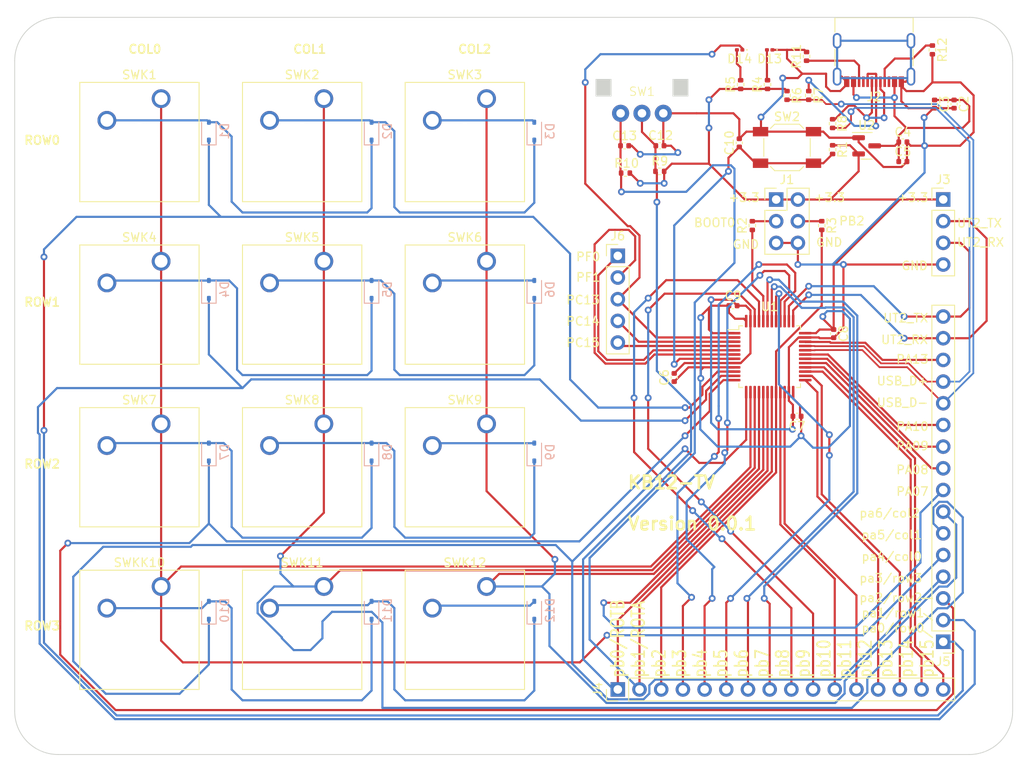
<source format=kicad_pcb>
(kicad_pcb (version 20221018) (generator pcbnew)
  (layers (0 "F.Cu" signal) (31 "B.Cu" signal) (34 "B.Paste" user) (35 "F.Paste" user) (36 "B.SilkS" user "B.Silkscreen") (37 "F.SilkS" user "F.Silkscreen") (38 "B.Mask" user) (39 "F.Mask" user) (44 "Edge.Cuts" user))
  (net 0 "")
  (net 1 "ROTA")
  (net 2 "GND")
  (net 3 "ROTB")
  (net 4 "/nRST")
  (net 5 "+5V")
  (net 6 "+3V3")
  (net 7 "ROW0")
  (net 8 "Net-(D1-A)")
  (net 9 "Net-(D2-A)")
  (net 10 "Net-(D3-A)")
  (net 11 "ROW1")
  (net 12 "Net-(D4-A)")
  (net 13 "Net-(D5-A)")
  (net 14 "Net-(D6-A)")
  (net 15 "ROW2")
  (net 16 "Net-(D7-A)")
  (net 17 "Net-(D8-A)")
  (net 18 "Net-(D9-A)")
  (net 19 "ROW3")
  (net 20 "Net-(D10-A)")
  (net 21 "Net-(D11-A)")
  (net 22 "Net-(D12-A)")
  (net 23 "Net-(D13-A)")
  (net 24 "/pc13")
  (net 25 "Net-(D14-A)")
  (net 26 "Net-(J1-Pin_3)")
  (net 27 "Net-(J1-Pin_4)")
  (net 28 "usart2_tx")
  (net 29 "usart2_rx")
  (net 30 "/pb2")
  (net 31 "/pb3")
  (net 32 "/pb4")
  (net 33 "/pb5")
  (net 34 "/pb6")
  (net 35 "/pb7")
  (net 36 "/pb8")
  (net 37 "/pb9")
  (net 38 "/pb10")
  (net 39 "/pb11")
  (net 40 "/pb12")
  (net 41 "/pb13")
  (net 42 "/pb14")
  (net 43 "/pb15")
  (net 44 "COL0")
  (net 45 "COL1")
  (net 46 "COL2")
  (net 47 "/pa7")
  (net 48 "/pa8")
  (net 49 "/pa9")
  (net 50 "/pa10")
  (net 51 "USB-D+")
  (net 52 "USB-D-")
  (net 53 "/pa13")
  (net 54 "/pf0")
  (net 55 "/pf1")
  (net 56 "/pc14")
  (net 57 "/pc15")
  (net 58 "/boot0")
  (net 59 "Net-(J2-D+-PadA6)")
  (net 60 "Net-(J2-D--PadA7)")
  (net 61 "Net-(J2-CC2)")
  (net 62 "Net-(J2-CC1)")
  (footprint "Resistor_SMD:R_0402_1005Metric" (layer "F.Cu") (at 183.27 53.8 180)
    (fp_text reference "R10")
    (fp_text value "10k")
  )
  (footprint "Button_Switch_Keyboard:SW_Cherry_MX_1.00u_PCB" (layer "F.Cu") (at 167.005 102.235)
    (fp_text reference "SWK12")
    (fp_text value "KEY3")
  )
  (footprint "Capacitor_SMD:C_0402_1005Metric" (layer "F.Cu") (at 187.3 50.6)
    (fp_text reference "C12")
    (fp_text value "100nF")
  )
  (footprint "Button_Switch_Keyboard:SW_Cherry_MX_1.00u_PCB" (layer "F.Cu") (at 147.955 83.185)
    (fp_text reference "SWK8")
    (fp_text value "~")
  )
  (footprint "Button_Switch_Keyboard:SW_Cherry_MX_1.00u_PCB" (layer "F.Cu") (at 128.905 102.235)
    (fp_text reference "SWKK10")
    (fp_text value "KEY1")
  )
  (footprint "Connector_PinHeader_2.54mm:PinHeader_1x16_P2.54mm_Vertical" (layer "F.Cu") (at 220.472 108.712 180)
    (fp_text reference "J5")
    (fp_text value "Conn_01x16")
  )
  (footprint "MountingHole:MountingHole_2.7mm_M2.5" (layer "F.Cu") (at 115.189 118.11)
    (fp_text reference "H4" hide)
    (fp_text value "MountingHole")
  )
  (footprint "Button_Switch_Keyboard:SW_Cherry_MX_1.00u_PCB" (layer "F.Cu") (at 147.955 45.085)
    (fp_text reference "SWK2")
    (fp_text value "KEY2")
  )
  (footprint "Resistor_SMD:R_0402_1005Metric" (layer "F.Cu") (at 206.248 59.946 -90)
    (fp_text reference "R3")
    (fp_text value "100k")
  )
  (footprint "Capacitor_SMD:C_0402_1005Metric" (layer "F.Cu") (at 219.456 45.72 -90)
    (fp_text reference "C3")
    (fp_text value "10uF")
  )
  (footprint "My_Custom:e103-07" (layer "F.Cu") (at 185.2 46.8)
    (fp_text reference "SW1")
    (fp_text value "~")
    (fp_rect (start -5.4 -4) (end -3.6 -2) (stroke (width 0.05)) (fill solid) (layer "Edge.Cuts"))
    (fp_rect (start 3.6 -4) (end 5.4 -2) (stroke (width 0.05)) (fill solid) (layer "Edge.Cuts"))
  )
  (footprint "Connector_PinHeader_2.54mm:PinHeader_2x03_P2.54mm_Vertical" (layer "F.Cu") (at 200.914 56.904)
    (fp_text reference "J1")
    (fp_text value "BOOT_SELECTION_JUMPER")
  )
  (footprint "MountingHole:MountingHole_2.7mm_M2.5" (layer "F.Cu") (at 224.79 117.983)
    (fp_text reference "H3" hide)
    (fp_text value "MountingHole")
  )
  (footprint "Capacitor_SMD:C_0402_1005Metric" (layer "F.Cu") (at 215.745 52.451)
    (fp_text reference "C5")
    (fp_text value "4.7uF")
  )
  (footprint "Resistor_SMD:R_0402_1005Metric" (layer "F.Cu") (at 196.753 43.436 90)
    (fp_text reference "R5")
    (fp_text value "100")
  )
  (footprint "Button_Switch_Keyboard:SW_Cherry_MX_1.00u_PCB" (layer "F.Cu") (at 167.005 64.135)
    (fp_text reference "SWK6")
    (fp_text value "KEY6")
  )
  (footprint "LED_SMD:LED_0201_0603Metric" (layer "F.Cu") (at 196.6355 39.37 180)
    (fp_text reference "D14")
    (fp_text value "USER LED")
  )
  (footprint "Button_Switch_Keyboard:SW_Cherry_MX_1.00u_PCB" (layer "F.Cu") (at 147.955 64.135)
    (fp_text reference "SWK5")
    (fp_text value "KEY5")
  )
  (footprint "Package_TO_SOT_SMD:SOT-23" (layer "F.Cu") (at 211.5035 50.612)
    (fp_text reference "U2")
    (fp_text value "XC6206P332MR")
  )
  (footprint "Resistor_SMD:R_0402_1005Metric" (layer "F.Cu") (at 187.29 53.6 180)
    (fp_text reference "R9")
    (fp_text value "10k")
  )
  (footprint "LED_SMD:LED_0201_0603Metric" (layer "F.Cu") (at 200.152 39.37 180)
    (fp_text reference "D13")
    (fp_text value "PWR LED")
  )
  (footprint "Capacitor_SMD:C_0402_1005Metric" (layer "F.Cu") (at 195.862 69.342)
    (fp_text reference "C9")
    (fp_text value "4.7uF")
  )
  (footprint "Capacitor_SMD:C_0402_1005Metric" (layer "F.Cu") (at 188.976 77.752 90)
    (fp_text reference "C6")
    (fp_text value "1uF")
  )
  (footprint "Capacitor_SMD:C_0402_1005Metric" (layer "F.Cu") (at 196.596 50.262 90)
    (fp_text reference "C10")
    (fp_text value "100nF")
  )
  (footprint "Resistor_SMD:R_0402_1005Metric" (layer "F.Cu") (at 219.202 39.372 -90)
    (fp_text reference "R12")
    (fp_text value "5k")
  )
  (footprint "Button_Switch_Keyboard:SW_Cherry_MX_1.00u_PCB" (layer "F.Cu") (at 167.005 45.085)
    (fp_text reference "SWK3")
    (fp_text value "KEY3")
  )
  (footprint "Resistor_SMD:R_0402_1005Metric" (layer "F.Cu") (at 207.518 51.056 -90)
    (fp_text reference "R1")
    (fp_text value "10k")
  )
  (footprint "Resistor_SMD:R_0402_1005Metric" (layer "F.Cu") (at 204.724 44.706 -90)
    (fp_text reference "R7")
    (fp_text value "20R")
  )
  (footprint "Connector_USB:USB_C_Receptacle_G-Switch_GT-USB-7010ASV" (layer "F.Cu") (at 212.37 39.375 180)
    (fp_text reference "J2")
    (fp_text value "USB_C_Receptacle_USB2.0")
  )
  (footprint "Button_Switch_Keyboard:SW_Cherry_MX_1.00u_PCB" (layer "F.Cu") (at 147.955 102.235)
    (fp_text reference "SWK11")
    (fp_text value "KEY2")
  )
  (footprint "Button_Switch_Keyboard:SW_Cherry_MX_1.00u_PCB" (layer "F.Cu") (at 128.905 83.185)
    (fp_text reference "SWK7")
    (fp_text value "KEY7")
  )
  (footprint "Button_Switch_Keyboard:SW_Cherry_MX_1.00u_PCB" (layer "F.Cu") (at 128.905 45.085)
    (fp_text reference "SWK1")
    (fp_text value "~")
  )
  (footprint "Connector_PinHeader_2.54mm:PinHeader_1x04_P2.54mm_Vertical" (layer "F.Cu") (at 220.472 56.896)
    (fp_text reference "J3")
    (fp_text value "Conn_01x04")
  )
  (footprint "Resistor_SMD:R_0402_1005Metric" (layer "F.Cu") (at 207.518 48.008 90)
    (fp_text reference "R8")
    (fp_text value "20R")
  )
  (footprint "Resistor_SMD:R_0402_1005Metric" (layer "F.Cu") (at 199.898 43.432 90)
    (fp_text reference "R4")
    (fp_text value "100")
  )
  (footprint "Capacitor_SMD:C_0402_1005Metric" (layer "F.Cu") (at 207.645 72.616 -90)
    (fp_text reference "C8")
    (fp_text value "100nF")
  )
  (footprint "Capacitor_SMD:C_0402_1005Metric" (layer "F.Cu") (at 221.742 45.72 -90)
    (fp_text reference "C2")
    (fp_text value "100uF")
  )
  (footprint "Button_Switch_Keyboard:SW_Cherry_MX_1.00u_PCB" (layer "F.Cu") (at 167.005 83.185)
    (fp_text reference "SWK9")
    (fp_text value "KEY6")
  )
  (footprint "Button_Switch_SMD:SW_SPST_SKQG_WithStem" (layer "F.Cu") (at 202.184 50.8)
    (fp_text reference "SW2")
    (fp_text value "RST")
  )
  (footprint "Package_QFP:LQFP-48_7x7mm_P0.5mm" (layer "F.Cu") (at 200.152 75.311)
    (fp_text reference "U1")
    (fp_text value "STM32F072CBTx")
  )
  (footprint "MountingHole:MountingHole_2.7mm_M2.5" (layer "F.Cu") (at 115.697 39.751)
    (fp_text reference "H1" hide)
    (fp_text value "MountingHole")
  )
  (footprint "Capacitor_SMD:C_0402_1005Metric" (layer "F.Cu") (at 215.745 50.165)
    (fp_text reference "C4")
    (fp_text value "1uF")
  )
  (footprint "MountingHole:MountingHole_2.7mm_M2.5" (layer "F.Cu") (at 224.79 39.37)
    (fp_text reference "H2" hide)
    (fp_text value "MountingHole")
  )
  (footprint "Capacitor_SMD:C_0402_1005Metric" (layer "F.Cu") (at 183.17 50.6)
    (fp_text reference "C13")
    (fp_text value "100nF")
  )
  (footprint "Connector_PinHeader_2.54mm:PinHeader_1x16_P2.54mm_Vertical" (layer "F.Cu") (at 182.372 114.3 90)
    (fp_text reference "J4")
    (fp_text value "Conn_01x16")
  )
  (footprint "Connector_PinHeader_2.54mm:PinHeader_1x05_P2.54mm_Vertical" (layer "F.Cu") (at 182.372 63.5)
    (fp_text reference "J6")
    (fp_text value "Conn_01x05")
  )
  (footprint "Resistor_SMD:R_0402_1005Metric" (layer "F.Cu") (at 202.184 44.706 -90)
    (fp_text reference "R6")
    (fp_text value "1k")
  )
  (footprint "Capacitor_SMD:C_0402_1005Metric" (layer "F.Cu") (at 203.355 82.296 180)
    (fp_text reference "C7")
    (fp_text value "100nF")
  )
  (footprint "Resistor_SMD:R_0402_1005Metric" (layer "F.Cu") (at 198.12 59.954 90)
    (fp_text reference "R2")
    (fp_text value "100k")
  )
  (footprint "Button_Switch_Keyboard:SW_Cherry_MX_1.00u_PCB" (layer "F.Cu") (at 128.905 64.135)
    (fp_text reference "SWK4")
    (fp_text value "KEY4")
  )
  (footprint "Resistor_SMD:R_0402_1005Metric" (layer "F.Cu") (at 204.47 40.13 90)
    (fp_text reference "R11")
    (fp_text value "5k")
  )
  (footprint "Diode_SMD:D_SOD-323" (layer "B.Cu") (at 134.493 48.895 90)
    (fp_text reference "D1")
    (fp_text value "1N4148WS")
  )
  (footprint "Diode_SMD:D_SOD-323" (layer "B.Cu") (at 153.543 86.487 90)
    (fp_text reference "D8")
    (fp_text value "1N4148WS")
  )
  (footprint "Diode_SMD:D_SOD-323" (layer "B.Cu") (at 134.493 67.437 90)
    (fp_text reference "D4")
    (fp_text value "1N4148WS")
  )
  (footprint "Diode_SMD:D_SOD-323" (layer "B.Cu") (at 172.593 105.029 90)
    (fp_text reference "D12")
    (fp_text value "1N4148WS")
  )
  (footprint "Diode_SMD:D_SOD-323" (layer "B.Cu") (at 153.543 67.437 90)
    (fp_text reference "D5")
    (fp_text value "1N4148WS")
  )
  (footprint "Diode_SMD:D_SOD-323" (layer "B.Cu") (at 153.543 105.029 90)
    (fp_text reference "D11")
    (fp_text value "1N4148WS")
  )
  (footprint "Diode_SMD:D_SOD-323" (layer "B.Cu") (at 172.593 67.437 90)
    (fp_text reference "D6")
    (fp_text value "1N4148WS")
  )
  (footprint "Diode_SMD:D_SOD-323" (layer "B.Cu") (at 134.493 86.487 90)
    (fp_text reference "D7")
    (fp_text value "1N4148WS")
  )
  (footprint "Diode_SMD:D_SOD-323" (layer "B.Cu") (at 172.593 86.487 90)
    (fp_text reference "D9")
    (fp_text value "1N4148WS")
  )
  (footprint "Diode_SMD:D_SOD-323" (layer "B.Cu") (at 172.593 48.895 90)
    (fp_text reference "D3")
    (fp_text value "1N4148WS")
  )
  (footprint "Diode_SMD:D_SOD-323" (layer "B.Cu") (at 153.543 48.895 90)
    (fp_text reference "D2")
    (fp_text value "1N4148WS")
  )
  (footprint "Diode_SMD:D_SOD-323" (layer "B.Cu") (at 134.493 105.029 90)
    (fp_text reference "D10")
    (fp_text value "1N4148WS")
  )
  (gr_line (start 218.186 105.41) (end 219.202 106.172) (stroke (width 0.15)) (layer "F.SilkS"))
  (gr_line (start 217.932 103.632) (end 219.202 103.632) (stroke (width 0.15)) (layer "F.SilkS"))
  (gr_line (start 218.186 107.442) (end 219.202 108.204) (stroke (width 0.15)) (layer "F.SilkS"))
  (gr_arc locked (start 111.76 40.64) (mid 113.247898 37.047898) (end 116.84 35.56) (stroke (width 0.1)) (layer "Edge.Cuts"))
  (gr_line locked (start 116.84 35.56) (end 223.52 35.56) (stroke (width 0.1)) (layer "Edge.Cuts"))
  (gr_arc locked (start 116.84 121.92) (mid 113.247898 120.432102) (end 111.76 116.84) (stroke (width 0.1)) (layer "Edge.Cuts"))
  (gr_line locked (start 223.52 121.92) (end 116.84 121.92) (stroke (width 0.1)) (layer "Edge.Cuts"))
  (gr_arc locked (start 223.52 35.56) (mid 227.112102 37.047898) (end 228.6 40.64) (stroke (width 0.1)) (layer "Edge.Cuts"))
  (gr_line locked (start 111.76 116.84) (end 111.76 40.64) (stroke (width 0.1)) (layer "Edge.Cuts"))
  (gr_line locked (start 228.6 40.64) (end 228.6 116.84) (stroke (width 0.1)) (layer "Edge.Cuts"))
  (gr_arc locked (start 228.6 116.84) (mid 227.112102 120.432102) (end 223.52 121.92) (stroke (width 0.1)) (layer "Edge.Cuts"))
  (gr_text "PA08" (at 214.884 89.154) (layer "F.SilkS") (effects (font (size 1 1)) (justify left bottom)))
  (gr_text "pa6/col2" (at 210.566 94.234) (layer "F.SilkS") (effects (font (size 1 1)) (justify left bottom)))
  (gr_text "ROW3" (at 112.776 107.442) (layer "F.SilkS") (effects (font (size 1 1) (thickness 0.2) bold) (justify left bottom)))
  (gr_text "+3.3" (at 215 57.25) (layer "F.SilkS") (effects (font (size 1 1)) (justify left bottom)))
  (gr_text "pa3/row3" (at 210.566 101.854) (layer "F.SilkS") (effects (font (size 1 1)) (justify left bottom)))
  (gr_text "UT2_RX" (at 213.106 73.914) (layer "F.SilkS") (effects (font (size 1 1)) (justify left bottom)))
  (gr_text "UT2_TX" (at 213.36 71.374) (layer "F.SilkS") (effects (font (size 1 1)) (justify left bottom)))
  (gr_text "PF1" (at 177.4 66.6) (layer "F.SilkS") (effects (font (size 1 1)) (justify left bottom)))
  (gr_text "GND" (at 215.5 65.25) (layer "F.SilkS") (effects (font (size 1 1)) (justify left bottom)))
  (gr_text "PA10" (at 214.884 84.074) (layer "F.SilkS") (effects (font (size 1 1)) (justify left bottom)))
  (gr_text "+3.3" (at 205.25 57.25) (layer "F.SilkS") (effects (font (size 1 1)) (justify left bottom)))
  (gr_text "GND" (at 205.5 62.5) (layer "F.SilkS") (effects (font (size 1 1)) (justify left bottom)))
  (gr_text "PC15" (at 176.25 74.25) (layer "F.SilkS") (effects (font (size 1 1)) (justify left bottom)))
  (gr_text "PA09" (at 214.884 86.36) (layer "F.SilkS") (effects (font (size 1 1)) (justify left bottom)))
  (gr_text "KB12-TV\n\nVersion 0.0.1" (at 183.388 95.758) (layer "F.SilkS") (effects (font (size 1.5 1.5) (thickness 0.3) bold) (justify left bottom)))
  (gr_text "PA07" (at 214.884 91.694) (layer "F.SilkS") (effects (font (size 1 1)) (justify left bottom)))
  (gr_text "pa4/col0" (at 210.82 99.314) (layer "F.SilkS") (effects (font (size 1 1)) (justify left bottom)))
  (gr_text "ROW1" (at 112.776 69.511333) (layer "F.SilkS") (effects (font (size 1 1) (thickness 0.2) bold) (justify left bottom)))
  (gr_text "COL1" (at 144.272 39.878) (layer "F.SilkS") (effects (font (size 1 1) (thickness 0.2) bold) (justify left bottom)))
  (gr_text "+3.3" (at 195.25 57.25) (layer "F.SilkS") (effects (font (size 1 1)) (justify left bottom)))
  (gr_text "PB2" (at 208.2 60) (layer "F.SilkS") (effects (font (size 1 1)) (justify left bottom)))
  (gr_text "ROW0" (at 112.776 50.546) (layer "F.SilkS") (effects (font (size 1 1) (thickness 0.2) bold) (justify left bottom)))
  (gr_text "pa1/row1" (at 210.82 105.918) (layer "F.SilkS") (effects (font (size 1 1)) (justify left bottom)))
  (gr_text "COL2" (at 163.576 39.878) (layer "F.SilkS") (effects (font (size 1 1) (thickness 0.2) bold) (justify left bottom)))
  (gr_text "PF0" (at 177.4 64.2) (layer "F.SilkS") (effects (font (size 1 1)) (justify left bottom)))
  (gr_text "GND" (at 195.75 62.75) (layer "F.SilkS") (effects (font (size 1 1)) (justify left bottom)))
  (gr_text "COL0" (at 124.968 39.878) (layer "F.SilkS") (effects (font (size 1 1) (thickness 0.2) bold) (justify left bottom)))
  (gr_text "UT2_RX" (at 222 62.5) (layer "F.SilkS") (effects (font (size 1 1)) (justify left bottom)))
  (gr_text "USB_D+\n" (at 212.598 78.74) (layer "F.SilkS") (effects (font (size 1 1)) (justify left bottom)))
  (gr_text "ROW2" (at 112.776 88.476666) (layer "F.SilkS") (effects (font (size 1 1) (thickness 0.2) bold) (justify left bottom)))
  (gr_text "pa2/row2" (at 210.566 104.14) (layer "F.SilkS") (effects (font (size 1 1)) (justify left bottom)))
  (gr_text "pb0/ROTB\npb1/ROTA\npb2\npb3\npb4\npb5\npb6\npb7\npb8\npb9\npb10\npb11\npb12\npb13\npb14\npb15" (at 219.456 113.03 90) (layer "F.SilkS") (effects (font (size 1.5 1.2) (thickness 0.2)) (justify left bottom)))
  (gr_text "PC13" (at 176.25 69.25) (layer "F.SilkS") (effects (font (size 1 1)) (justify left bottom)))
  (gr_text "USB_D-" (at 212.598 81.28) (layer "F.SilkS") (effects (font (size 1 1)) (justify left bottom)))
  (gr_text "pa0/row0" (at 210.82 107.696) (layer "F.SilkS") (effects (font (size 1 1)) (justify left bottom)))
  (gr_text "PA13\n" (at 214.884 76.2) (layer "F.SilkS") (effects (font (size 1 1)) (justify left bottom)))
  (gr_text "pa5/col1" (at 210.82 96.774) (layer "F.SilkS") (effects (font (size 1 1)) (justify left bottom)))
  (gr_text "BOOT0" (at 191.2 60.2) (layer "F.SilkS") (effects (font (size 1 1)) (justify left bottom)))
  (gr_text "UT2_TX" (at 222 60.25) (layer "F.SilkS") (effects (font (size 1 1)) (justify left bottom)))
  (gr_text "PC14" (at 176.25 71.75) (layer "F.SilkS") (effects (font (size 1 1)) (justify left bottom)))
  (segment (start 182.69 50.6) (end 182.69 53.73) (width 0.25) (layer "F.Cu") (net 1))
  (segment (start 184.912 104.267) (end 184.912 114.3) (width 0.25) (layer "F.Cu") (net 1))
  (segment (start 182.76 55.96) (end 182.8 56) (width 0.25) (layer "F.Cu") (net 1))
  (segment (start 182.69 53.73) (end 182.76 53.8) (width 0.25) (layer "F.Cu") (net 1))
  (segment (start 182.7 46.8) (end 182.7 50.59) (width 0.25) (layer "F.Cu") (net 1))
  (segment (start 200.402 79.4735) (end 200.402 88.777) (width 0.25) (layer "F.Cu") (net 1))
  (segment (start 200.402 88.777) (end 184.912 104.267) (width 0.25) (layer "F.Cu") (net 1))
  (segment (start 182.76 53.8) (end 182.76 55.96) (width 0.25) (layer "F.Cu") (net 1))
  (segment (start 182.7 50.59) (end 182.69 50.6) (width 0.25) (layer "F.Cu") (net 1))
  (via (at 182.8 56) (size 0.8) (drill 0.4) (layers "F.Cu" "B.Cu") (net 1))
  (segment (start 179.07 108.458) (end 184.912 114.3) (width 0.25) (layer "B.Cu") (net 1))
  (segment (start 191.381 86.595112) (end 179.07 98.906112) (width 0.25) (layer "B.Cu") (net 1))
  (segment (start 191.381 68.969) (end 191.381 86.595112) (width 0.25) (layer "B.Cu") (net 1))
  (segment (start 179.07 98.906112) (end 179.07 108.458) (width 0.25) (layer "B.Cu") (net 1))
  (segment (start 196.031 53.301979) (end 196.031 64.319) (width 0.25) (layer "B.Cu") (net 1))
  (segment (start 193.491 52.889) (end 195.618021 52.889) (width 0.25) (layer "B.Cu") (net 1))
  (segment (start 196.031 64.319) (end 191.381 68.969) (width 0.25) (layer "B.Cu") (net 1))
  (segment (start 195.618021 52.889) (end 196.031 53.301979) (width 0.25) (layer "B.Cu") (net 1))
  (segment (start 190.38 56) (end 193.491 52.889) (width 0.25) (layer "B.Cu") (net 1))
  (segment (start 182.8 56) (end 190.38 56) (width 0.25) (layer "B.Cu") (net 1))
  (segment (start 208.788 71.953) (end 208.788 64.516) (width 0.25) (layer "F.Cu") (net 2))
  (segment (start 205.994 73.152) (end 207.589 73.152) (width 0.25) (layer "F.Cu") (net 2))
  (segment (start 202.184 39.37) (end 204.22 39.37) (width 0.25) (layer "F.Cu") (net 2))
  (segment (start 218.2876 50.5968) (end 222.4532 50.5968) (width 0.25) (layer "F.Cu") (net 2))
  (segment (start 203.539599 73.061) (end 202.402 74.198599) (width 0.25) (layer "F.Cu") (net 2))
  (segment (start 215.59 53.086) (end 216.225 52.451) (width 0.25) (layer "F.Cu") (net 2))
  (segment (start 197.358 69.342) (end 197.902 69.886) (width 0.25) (layer "F.Cu") (net 2))
  (segment (start 202.875 82.296) (end 202.875 83.764) (width 0.25) (layer "F.Cu") (net 2))
  (segment (start 202.184 39.37) (end 202.184 40.386) (width 0.25) (layer "F.Cu") (net 2))
  (segment (start 207.589 73.152) (end 207.645 73.096) (width 0.25) (layer "F.Cu") (net 2))
  (segment (start 196.596 49.782) (end 197.428 48.95) (width 0.25) (layer "F.Cu") (net 2))
  (segment (start 219.456 46.2) (end 216.38 46.2) (width 0.25) (layer "F.Cu") (net 2))
  (segment (start 205.284 48.95) (end 206.43 48.95) (width 0.25) (layer "F.Cu") (net 2))
  (segment (start 193.294 68.6375) (end 195.6375 68.6375) (width 0.25) (layer "F.Cu") (net 2))
  (segment (start 187.78 50.6) (end 188.6 50.6) (width 0.25) (layer "F.Cu") (net 2))
  (segment (start 206.43 48.95) (end 207.142 49.662) (width 0.25) (layer "F.Cu") (net 2))
  (segment (start 208.409 44.189) (end 209.164 43.434) (width 0.25) (layer "F.Cu") (net 2))
  (segment (start 215.564 43.606) (end 216.154 44.196) (width 0.25) (layer "F.Cu") (net 2))
  (segment (start 215.57 43.1) (end 216.09 43.1) (width 0.25) (layer "F.Cu") (net 2))
  (segment (start 216.38 46.2) (end 215.564 45.384) (width 0.25) (layer "F.Cu") (net 2))
  (segment (start 197.428 48.95) (end 199.084 48.95) (width 0.25) (layer "F.Cu") (net 2))
  (segment (start 196.764401 76.061) (end 195.9895 76.061) (width 0.25) (layer "F.Cu") (net 2))
  (segment (start 204.3145 73.061) (end 203.539599 73.061) (width 0.25) (layer "F.Cu") (net 2))
  (segment (start 190.187 76.061) (end 195.9895 76.061) (width 0.25) (layer "F.Cu") (net 2))
  (segment (start 208.05 42.5) (end 208.57 42.5) (width 0.25) (layer "F.Cu") (net 2))
  (segment (start 216.154 44.196) (end 218.186 44.196) (width 0.25) (layer "F.Cu") (net 2))
  (segment (start 220.472 64.516) (end 208.788 64.516) (width 0.25) (layer "F.Cu") (net 2))
  (segment (start 197.902 71.1485) (end 197.902 69.886) (width 0.25) (layer "F.Cu") (net 2))
  (segment (start 200.472 39.37) (end 202.184 39.37) (width 0.25) (layer "F.Cu") (net 2))
  (segment (start 222.4532 50.5968) (end 224.028 49.022) (width 0.25) (layer "F.Cu") (net 2))
  (segment (start 202.184 40.386) (end 203.962 42.164) (width 0.25) (layer "F.Cu") (net 2))
  (segment (start 206.756 42.164) (end 206.756 43.688) (width 0.25) (layer "F.Cu") (net 2))
  (segment (start 196.342 69.342) (end 197.358 69.342) (width 0.25) (layer "F.Cu") (net 2))
  (segment (start 187.7 46.8) (end 187.7 50.52) (width 0.25) (layer "F.Cu") (net 2))
  (segment (start 197.902 71.1485) (end 197.902 74.923401) (width 0.25) (layer "F.Cu") (net 2))
  (segment (start 216.225 50.165) (end 216.225 52.451) (width 0.25) (layer "F.Cu") (net 2))
  (segment (start 187.7 50.52) (end 187.78 50.6) (width 0.25) (layer "F.Cu") (net 2))
  (segment (start 199.136 48.898) (end 199.084 48.95) (width 0.25) (layer "F.Cu") (net 2))
  (segment (start 205.903 73.061) (end 205.994 73.152) (width 0.25) (layer "F.Cu") (net 2))
  (segment (start 184 50.6) (end 185 51.6) (width 0.25) (layer "F.Cu") (net 2))
  (segment (start 222.504 43.18) (end 219.202 43.18) (width 0.25) (layer "F.Cu") (net 2))
  (segment (start 199.136 47.244) (end 199.136 48.898) (width 0.25) (layer "F.Cu") (net 2))
  (segment (start 195.898 46.8) (end 191.6 46.8) (width 0.25) (layer "F.Cu") (net 2))
  (segment (start 216.6568 50.5968) (end 216.225 50.165) (width 0.25) (layer "F.Cu") (net 2))
  (segment (start 203.454 64.516) (end 203.454 61.984) (width 0.25) (layer "F.Cu") (net 2))
  (segment (start 188.6 50.6) (end 189.4 51.4) (width 0.25) (layer "F.Cu") (net 2))
  (segment (start 188.976 77.272) (end 190.187 76.061) (width 0.25) (layer "F.Cu") (net 2))
  (segment (start 207.271 44.189) (end 208.409 44.189) (width 0.25) (layer "F.Cu") (net 2))
  (segment (start 202.402 80.482) (end 202.875 80.955) (width 0.25) (layer "F.Cu") (net 2))
  (segment (start 205.284 48.95) (end 199.084 48.95) (width 0.25) (layer "F.Cu") (net 2))
  (segment (start 191.6 46.8) (end 187.7 46.8) (width 0.25) (layer "F.Cu") (net 2))
  (segment (start 221.742 46.2) (end 219.456 46.2) (width 0.25) (layer "F.Cu") (net 2))
  (segment (start 207.142 49.662) (end 210.566 49.662) (width 0.25) (layer "F.Cu") (net 2))
  (segment (start 206.756 43.688) (end 206.77 43.688) (width 0.25) (layer "F.Cu") (net 2))
  (segment (start 210.566 49.662) (end 210.566 50.181033) (width 0.25) (layer "F.Cu") (net 2))
  (segment (start 196.596 47.498) (end 195.898 46.8) (width 0.25) (layer "F.Cu") (net 2))
  (segment (start 224.028 49.022) (end 224.028 44.704) (width 0.25) (layer "F.Cu") (net 2))
  (segment (start 219.3316 46.2) (end 218.2368 47.2948) (width 0.25) (layer "F.Cu") (net 2))
  (segment (start 183.65 50.6) (end 184 50.6) (width 0.25) (layer "F.Cu") (net 2))
  (segment (start 202.402 79.4735) (end 202.402 80.482) (width 0.25) (layer "F.Cu") (net 2))
  (segment (start 200.914 61.984) (end 203.454 61.984) (width 0.25) (layer "F.Cu") (net 2))
  (segment (start 203.454 42.672) (end 201.676 42.672) (width 0.25) (layer "F.Cu") (net 2))
  (segment (start 207.645 73.096) (end 208.788 71.953) (width 0.25) (layer "F.Cu") (net 2))
  (segment (start 215.564 45.384) (end 215.564 43.434) (width 0.25) (layer "F.Cu") (net 2))
  (segment (start 204.22 39.37) (end 204.47 39.62) (width 0.25) (layer "F.Cu") (net 2))
  (segment (start 218.2876 50.5968) (end 216.6568 50.5968) (width 0.25) (layer "F.Cu") (net 2))
  (segment (start 206.77 43.688) (end 207.271 44.189) (width 0.25) (layer "F.Cu") (net 2))
  (segment (start 218.186 44.196) (end 219.202 43.18) (width 0.25) (layer "F.Cu") (net 2))
  (segment (start 215.564 43.434) (end 215.564 43.606) (width 0.25) (layer "F.Cu") (net 2))
  (segment (start 213.470967 53.086) (end 215.59 53.086) (width 0.25) (layer "F.Cu") (net 2))
  (segment (start 202.875 80.955) (end 202.875 82.296) (width 0.25) (layer "F.Cu") (net 2))
  (segment (start 203.962 42.164) (end 206.756 42.164) (width 0.25) (layer "F.Cu") (net 2))
  (segment (start 224.028 44.704) (end 222.504 43.18) (width 0.25) (layer "F.Cu") (net 2))
  (segment (start 196.596 49.782) (end 196.596 47.498) (width 0.25) (layer "F.Cu") (net 2))
  (segment (start 219.202 43.18) (end 219.202 39.882) (width 0.25) (layer "F.Cu") (net 2))
  (segment (start 210.566 50.181033) (end 213.470967 53.086) (width 0.25) (layer "F.Cu") (net 2))
  (segment (start 216.09 43.1) (end 216.69 42.5) (width 0.25) (layer "F.Cu") (net 2))
  (segment (start 208.57 42.5) (end 209.17 43.1) (width 0.25) (layer "F.Cu") (net 2))
  (segment (start 202.875 83.764) (end 202.819 83.82) (width 0.25) (layer "F.Cu") (net 2))
  (segment (start 202.402 74.198599) (end 202.402 79.4735) (width 0.25) (layer "F.Cu") (net 2))
  (segment (start 197.902 74.923401) (end 196.764401 76.061) (width 0.25) (layer "F.Cu") (net 2))
  (segment (start 204.3145 73.061) (end 205.903 73.061) (width 0.25) (layer "F.Cu") (net 2))
  (segment (start 203.962 42.164) (end 203.454 42.672) (width 0.25) (layer "F.Cu") (net 2))
  (segment (start 219.456 46.2) (end 219.3316 46.2) (width 0.25) (layer "F.Cu") (net 2))
  (segment (start 195.6375 68.6375) (end 196.342 69.342) (width 0.25) (layer "F.Cu") (net 2))
  (via (at 201.676 42.672) (size 0.8) (drill 0.4) (layers "F.Cu" "B.Cu") (net 2))
  (via (at 185 51.6) (size 0.8) (drill 0.4) (layers "F.Cu" "B.Cu") (net 2))
  (via (at 199.136 47.244) (size 0.8) (drill 0.4) (layers "F.Cu" "B.Cu") (net 2))
  (via (at 218.2368 47.2948) (size 0.8) (drill 0.4) (layers "F.Cu" "B.Cu") (net 2))
  (via (at 218.2876 50.5968) (size 0.8) (drill 0.4) (layers "F.Cu" "B.Cu") (net 2))
  (via (at 193.294 68.6375) (size 0.8) (drill 0.4) (layers "F.Cu" "B.Cu") (net 2))
  (via (at 208.788 64.516) (size 0.8) (drill 0.4) (layers "F.Cu" "B.Cu") (net 2))
  (via (at 203.454 64.516) (size 0.8) (drill 0.4) (layers "F.Cu" "B.Cu") (net 2))
  (via (at 202.819 83.82) (size 0.8) (drill 0.4) (layers "F.Cu" "B.Cu") (net 2))
  (via (at 189.4 51.4) (size 0.8) (drill 0.4) (layers "F.Cu" "B.Cu") (net 2))
  (segment (start 208.05 38.3) (end 216.69 38.3) (width 0.25) (layer "B.Cu") (net 2))
  (segment (start 216.51 42.68) (end 216.69 42.5) (width 0.25) (layer "B.Cu") (net 2))
  (segment (start 201.676 44.704) (end 199.136 47.244) (width 0.25) (layer "B.Cu") (net 2))
  (segment (start 218.2368 47.2948) (end 218.2368 50.546) (width 0.25) (layer "B.Cu") (net 2))
  (segment (start 185 51.6) (end 189.2 51.6) (width 0.25) (layer "B.Cu") (net 2))
  (segment (start 208.044 42.834) (end 208.044 42.534) (width 0.25) (layer "B.Cu") (net 2))
  (segment (start 218.2876 53.7464) (end 218.2876 50.5968) (width 0.25) (layer "B.Cu") (net 2))
  (segment (start 216.684 42.44) (end 216.684 42.834) (width 0.25) (layer "B.Cu") (net 2))
  (segment (start 208.788 64.516) (end 207.518 64.516) (width 0.25) (layer "B.Cu") (net 2))
  (segment (start 208.05 42.5) (end 208.05 38.3) (width 0.25) (layer "B.Cu") (net 2))
  (segment (start 207.518 64.516) (end 218.2876 53.7464) (width 0.25) (layer "B.Cu") (net 2))
  (segment (start 189.2 51.6) (end 189.4 51.4) (width 0.25) (layer "B.Cu") (net 2))
  (segment (start 194.056 83.82) (end 193.294 83.058) (width 0.25) (layer "B.Cu") (net 2))
  (segment (start 208.23 42.68) (end 216.51 42.68) (width 0.25) (layer "B.Cu") (net 2))
  (segment (start 218.2368 50.546) (end 218.2876 50.5968) (width 0.25) (layer "B.Cu") (net 2))
  (segment (start 216.69 42.5) (end 216.69 38.3) (width 0.25) (layer "B.Cu") (net 2))
  (segment (start 193.294 83.058) (end 193.294 68.6375) (width 0.25) (layer "B.Cu") (net 2))
  (segment (start 201.676 42.672) (end 201.676 44.704) (width 0.25) (layer "B.Cu") (net 2))
  (segment (start 207.518 64.516) (end 203.454 64.516) (width 0.25) (layer "B.Cu") (net 2))
  (segment (start 202.819 83.82) (end 194.056 83.82) (width 0.25) (layer "B.Cu") (net 2))
  (segment (start 208.05 42.5) (end 208.23 42.68) (width 0.25) (layer "B.Cu") (net 2))
  (segment (start 186.78 50.64) (end 186.78 53.6) (width 0.25) (layer "F.Cu") (net 3))
  (segment (start 182.372 106.198888) (end 182.372 114.3) (width 0.25) (layer "F.Cu") (net 3))
  (segment (start 199.902 88.668888) (end 182.372 106.198888) (width 0.25) (layer "F.Cu") (net 3))
  (segment (start 186.82 50.6) (end 186.78 50.64) (width 0.25) (layer "F.Cu") (net 3))
  (segment (start 185.2 46.8) (end 185.2 48.98) (width 0.25) (layer "F.Cu") (net 3))
  (segment (start 186.944 53.764) (end 186.78 53.6) (width 0.25) (layer "F.Cu") (net 3))
  (segment (start 199.902 79.4735) (end 199.902 88.668888) (width 0.25) (layer "F.Cu") (net 3))
  (segment (start 185.2 48.98) (end 186.82 50.6) (width 0.25) (layer "F.Cu") (net 3))
  (segment (start 186.944 57.2) (end 186.944 53.764) (width 0.25) (layer "F.Cu") (net 3))
  (via (at 186.944 57.2) (size 0.8) (drill 0.4) (layers "F.Cu" "B.Cu") (net 3))
  (segment (start 190.951 80.987979) (end 190.951 86.417) (width 0.25) (layer "B.Cu") (net 3))
  (segment (start 186.944 57.2) (end 186.944 76.980979) (width 0.25) (layer "B.Cu") (net 3))
  (segment (start 181.864 114.3) (end 182.372 114.3) (width 0.25) (layer "B.Cu") (net 3))
  (segment (start 178.308 99.06) (end 178.308 110.744) (width 0.25) (layer "B.Cu") (net 3))
  (segment (start 186.944 76.980979) (end 190.951 80.987979) (width 0.25) (layer "B.Cu") (net 3))
  (segment (start 190.951 86.417) (end 178.308 99.06) (width 0.25) (layer "B.Cu") (net 3))
  (segment (start 178.308 110.744) (end 181.864 114.3) (width 0.25) (layer "B.Cu") (net 3))
  (segment (start 198.504 52.65) (end 199.084 52.65) (width 0.25) (layer "F.Cu") (net 4))
  (segment (start 199.084 52.65) (end 205.284 52.65) (width 0.25) (layer "F.Cu") (net 4))
  (segment (start 188.976 76.2) (end 189.615 75.561) (width 0.25) (layer "F.Cu") (net 4))
  (segment (start 196.596 50.742) (end 195.326 52.012) (width 0.25) (layer "F.Cu") (net 4))
  (segment (start 195.326 52.012) (end 195.326 53.594) (width 0.25) (layer "F.Cu") (net 4))
  (segment (start 206.434 52.65) (end 207.518 51.566) (width 0.25) (layer "F.Cu") (net 4))
  (segment (start 189.615 75.561) (end 195.9895 75.561) (width 0.25) (layer "F.Cu") (net 4))
  (segment (start 196.596 50.742) (end 198.504 52.65) (width 0.25) (layer "F.Cu") (net 4))
  (segment (start 205.284 52.65) (end 206.434 52.65) (width 0.25) (layer "F.Cu") (net 4))
  (via (at 188.976 76.2) (size 0.8) (drill 0.4) (layers "F.Cu" "B.Cu") (net 4))
  (via (at 195.326 53.594) (size 0.8) (drill 0.4) (layers "F.Cu" "B.Cu") (net 4))
  (segment (start 188.976 59.944) (end 188.976 76.2) (width 0.25) (layer "B.Cu") (net 4))
  (segment (start 195.326 53.594) (end 188.976 59.944) (width 0.25) (layer "B.Cu") (net 4))
  (segment (start 215.265 52.451) (end 215.265 50.165) (width 0.25) (layer "F.Cu") (net 5))
  (segment (start 209.964 43.434) (end 209.964 44.61) (width 0.25) (layer "F.Cu") (net 5))
  (segment (start 223.52 45.974) (end 223.52 47.752) (width 0.25) (layer "F.Cu") (net 5))
  (segment (start 214.764 44.958) (end 214.764 47.124) (width 0.25) (layer "F.Cu") (net 5))
  (segment (start 221.742 45.24) (end 222.786 45.24) (width 0.25) (layer "F.Cu") (net 5))
  (segment (start 212.441 50.612) (end 214.818 50.612) (width 0.25) (layer "F.Cu") (net 5))
  (segment (start 222.758 48.514) (end 216.154 48.514) (width 0.25) (layer "F.Cu") (net 5))
  (segment (start 209.964 44.61) (end 210.312 44.958) (width 0.25) (layer "F.Cu") (net 5))
  (segment (start 222.786 45.24) (end 223.52 45.974) (width 0.25) (layer "F.Cu") (net 5))
  (segment (start 223.52 47.752) (end 222.758 48.514) (width 0.25) (layer "F.Cu") (net 5))
  (segment (start 221.742 45.24) (end 219.456 45.24) (width 0.25) (layer "F.Cu") (net 5))
  (segment (start 214.764 47.124) (end 216.154 48.514) (width 0.25) (layer "F.Cu") (net 5))
  (segment (start 214.818 50.612) (end 215.265 50.165) (width 0.25) (layer "F.Cu") (net 5))
  (segment (start 214.764 43.434) (end 214.764 44.958) (width 0.25) (layer "F.Cu") (net 5))
  (segment (start 216.154 48.514) (end 215.265 49.403) (width 0.25) (layer "F.Cu") (net 5))
  (segment (start 215.265 49.403) (end 215.265 50.165) (width 0.25) (layer "F.Cu") (net 5))
  (via (at 214.764 44.958) (size 0.8) (drill 0.4) (layers "F.Cu" "B.Cu") (net 5))
  (via (at 210.312 44.958) (size 0.8) (drill 0.4) (layers "F.Cu" "B.Cu") (net 5))
  (segment (start 213.5315 44.958) (end 210.312 44.958) (width 0.25) (layer "B.Cu") (net 5))
  (segment (start 214.764 44.958) (end 213.5315 44.958) (width 0.25) (layer "B.Cu") (net 5))
  (segment (start 220.472 56.896) (end 215.646 56.896) (width 0.25) (layer "F.Cu") (net 6))
  (segment (start 199.894 43.946) (end 199.898 43.942) (width 0.25) (layer "F.Cu") (net 6))
  (segment (start 206.375 70.612) (end 206.375 70.866) (width 0.25) (layer "F.Cu") (net 6))
  (segment (start 197.239 56.904) (end 193.04 52.705) (width 0.25) (layer "F.Cu") (net 6))
  (segment (start 207.645 64.643) (end 215.392 56.896) (width 0.25) (layer "F.Cu") (net 6))
  (segment (start 203.708 82.169) (end 203.835 82.296) (width 0.25) (layer "F.Cu") (net 6))
  (segment (start 192.0855 77.851) (end 192.0855 76.8805) (width 0.25) (layer "F.Cu") (net 6))
  (segment (start 193.04 52.705) (end 193.04 48.514) (width 0.25) (layer "F.Cu") (net 6))
  (segment (start 187.8 53.6) (end 188.695 52.705) (width 0.25) (layer "F.Cu") (net 6))
  (segment (start 210.566 51.562) (end 210.566 53.594) (width 0.25) (layer "F.Cu") (net 6))
  (segment (start 192.0855 70.5505) (end 193.04 69.596) (width 0.25) (layer "F.Cu") (net 6))
  (segment (start 207.256 56.904) (end 215.384 56.904) (width 0.25) (layer "F.Cu") (net 6))
  (segment (start 202.902 79.4735) (end 202.902 80.22) (width 0.25) (layer "F.Cu") (net 6))
  (segment (start 196.088 70.866) (end 197.1195 70.866) (width 0.25) (layer "F.Cu") (net 6))
  (segment (start 193.294 69.342) (end 195.382 69.342) (width 0.25) (layer "F.Cu") (net 6))
  (segment (start 205.569 72.561) (end 204.3145 72.561) (width 0.25) (layer "F.Cu") (net 6))
  (segment (start 202.902 80.22) (end 203.708 81.026) (width 0.25) (layer "F.Cu") (net 6))
  (segment (start 203.835 82.296) (end 203.835 84.582) (width 0.25) (layer "F.Cu") (net 6))
  (segment (start 215.392 56.896) (end 215.646 56.896) (width 0.25) (layer "F.Cu") (net 6))
  (segment (start 207.256 56.904) (end 203.454 56.904) (width 0.25) (layer "F.Cu") (net 6))
  (segment (start 209.55 50.546) (end 210.566 51.562) (width 0.25) (layer "F.Cu") (net 6))
  (segment (start 200.914 56.904) (end 203.454 56.904) (width 0.25) (layer "F.Cu") (net 6))
  (segment (start 196.753 43.946) (end 199.894 43.946) (width 0.25) (layer "F.Cu") (net 6))
  (segment (start 193.04 69.596) (end 193.294 69.342) (width 0.25) (layer "F.Cu") (net 6))
  (segment (start 193.465 72.561) (end 195.9895 72.561) (width 0.25) (layer "F.Cu") (net 6))
  (segment (start 195.382 70.16) (end 196.088 70.866) (width 0.25) (layer "F.Cu") (net 6))
  (segment (start 200.914 56.904) (end 197.239 56.904) (width 0.25) (layer "F.Cu") (net 6))
  (segment (start 183.8 53.8) (end 185 55) (width 0.25) (layer "F.Cu") (net 6))
  (segment (start 193.465 72.561) (end 193.04 72.136) (width 0.25) (layer "F.Cu") (net 6))
  (segment (start 210.566 53.594) (end 207.256 56.904) (width 0.25) (layer "F.Cu") (net 6))
  (segment (start 203.708 81.026) (end 203.708 82.169) (width 0.25) (layer "F.Cu") (net 6))
  (segment (start 188.695 52.705) (end 193.04 52.705) (width 0.25) (layer "F.Cu") (net 6))
  (segment (start 192.0855 76.8805) (end 192.405 76.561) (width 0.25) (layer "F.Cu") (net 6))
  (segment (start 187.8 55) (end 187.8 53.6) (width 0.25) (layer "F.Cu") (net 6))
  (segment (start 188.976 78.232) (end 190.647 76.561) (width 0.25) (layer "F.Cu") (net 6))
  (segment (start 192.405 76.561) (end 195.9895 76.561) (width 0.25) (layer "F.Cu") (net 6))
  (segment (start 193.04 45.212) (end 194.306 43.946) (width 0.25) (layer "F.Cu") (net 6))
  (segment (start 194.306 43.946) (end 196.753 43.946) (width 0.25) (layer "F.Cu") (net 6))
  (segment (start 205.994 72.136) (end 207.645 72.136) (width 0.25) (layer "F.Cu") (net 6))
  (segment (start 201.93 43.942) (end 202.184 44.196) (width 0.25) (layer "F.Cu") (net 6))
  (segment (start 199.898 43.942) (end 201.93 43.942) (width 0.25) (layer "F.Cu") (net 6))
  (segment (start 190.647 76.561) (end 192.405 76.561) (width 0.25) (layer "F.Cu") (net 6))
  (segment (start 193.04 72.136) (end 193.04 69.596) (width 0.25) (layer "F.Cu") (net 6))
  (segment (start 215.384 56.904) (end 215.392 56.896) (width 0.25) (layer "F.Cu") (net 6))
  (segment (start 195.382 69.342) (end 195.382 70.16) (width 0.25) (layer "F.Cu") (net 6))
  (segment (start 197.1195 70.866) (end 197.402 71.1485) (width 0.25) (layer "F.Cu") (net 6))
  (segment (start 207.645 72.136) (end 207.645 64.643) (width 0.25) (layer "F.Cu") (net 6))
  (segment (start 183.78 53.8) (end 183.8 53.8) (width 0.25) (layer "F.Cu") (net 6))
  (segment (start 192.0855 70.739) (end 192.0855 70.5505) (width 0.25) (layer "F.Cu") (net 6))
  (segment (start 205.569 72.561) (end 205.994 72.136) (width 0.25) (layer "F.Cu") (net 6))
  (segment (start 206.375 70.866) (end 207.645 72.136) (width 0.25) (layer "F.Cu") (net 6))
  (segment (start 207.518 50.546) (end 209.55 50.546) (width 0.25) (layer "F.Cu") (net 6))
  (via (at 203.835 84.582) (size 0.8) (drill 0.4) (layers "F.Cu" "B.Cu") (net 6))
  (via (at 192.0855 70.739) (size 0.8) (drill 0.4) (layers "F.Cu" "B.Cu") (net 6))
  (via (at 192.0855 77.851) (size 0.8) (drill 0.4) (layers "F.Cu" "B.Cu") (net 6))
  (via (at 185 55) (size 0.8) (drill 0.4) (layers "F.Cu" "B.Cu") (net 6))
  (via (at 206.375 70.612) (size 0.8) (drill 0.4) (layers "F.Cu" "B.Cu") (net 6))
  (via (at 193.04 45.212) (size 0.8) (drill 0.4) (layers "F.Cu" "B.Cu") (net 6))
  (via (at 193.04 48.514) (size 0.8) (drill 0.4) (layers "F.Cu" "B.Cu") (net 6))
  (via (at 187.8 55) (size 0.8) (drill 0.4) (layers "F.Cu" "B.Cu") (net 6))
  (segment (start 206.375 70.485) (end 206.375 70.612) (width 0.25) (layer "B.Cu") (net 6))
  (segment (start 203.835 84.582) (end 205.232 85.979) (width 0.25) (layer "B.Cu") (net 6))
  (segment (start 206.883 69.977) (end 206.375 70.485) (width 0.25) (layer "B.Cu") (net 6))
  (segment (start 203.835 84.582) (end 202.565 85.852) (width 0.25) (layer "B.Cu") (net 6))
  (segment (start 192.0855 77.851) (end 192.0855 70.739) (width 0.25) (layer "B.Cu") (net 6))
  (segment (start 194.056 85.852) (end 192.024 83.82) (width 0.25) (layer "B.Cu") (net 6))
  (segment (start 209.55 70.866) (end 208.661 69.977) (width 0.25) (layer "B.Cu") (net 6))
  (segment (start 209.55 83.439) (end 209.55 70.866) (width 0.25) (layer "B.Cu") (net 6))
  (segment (start 205.232 85.979) (end 207.01 85.979) (width 0.25) (layer "B.Cu") (net 6))
  (segment (start 208.661 69.977) (end 206.883 69.977) (width 0.25) (layer "B.Cu") (net 6))
  (segment (start 202.565 85.852) (end 194.056 85.852) (width 0.25) (layer "B.Cu") (net 6))
  (segment (start 193.04 48.514) (end 193.04 45.212) (width 0.25) (layer "B.Cu") (net 6))
  (segment (start 207.01 85.979) (end 209.55 83.439) (width 0.25) (layer "B.Cu") (net 6))
  (segment (start 192.024 83.82) (end 192.024 77.851) (width 0.25) (layer "B.Cu") (net 6))
  (segment (start 192.024 77.851) (end 192.0855 77.851) (width 0.25) (layer "B.Cu") (net 6))
  (segment (start 185 55) (end 187.8 55) (width 0.25) (layer "B.Cu") (net 6))
  (segment (start 115.189 83.947) (end 115.189 63.627) (width 0.25) (layer "F.Cu") (net 7))
  (segment (start 195.9895 77.061) (end 194.057112 77.061) (width 0.25) (layer "F.Cu") (net 7))
  (segment (start 194.057112 77.061) (end 192.278 78.840112) (width 0.25) (layer "F.Cu") (net 7))
  (segment (start 190.754 81.28) (end 190.246 81.28) (width 0.25) (layer "F.Cu") (net 7))
  (segment (start 192.278 78.840112) (end 192.278 79.756) (width 0.25) (layer "F.Cu") (net 7))
  (segment (start 192.278 79.756) (end 190.754 81.28) (width 0.25) (layer "F.Cu") (net 7))
  (via (at 115.189 63.627) (size 0.8) (drill 0.4) (layers "F.Cu" "B.Cu") (net 7))
  (via (at 115.189 83.947) (size 0.8) (drill 0.4) (layers "F.Cu" "B.Cu") (net 7))
  (via (at 190.246 81.28) (size 0.8) (drill 0.4) (layers "F.Cu" "B.Cu") (net 7))
  (segment (start 123.698 117.348) (end 115.189 108.839) (width 0.25) (layer "B.Cu") (net 7))
  (segment (start 115.189 63.627) (end 115.189 62.738) (width 0.25) (layer "B.Cu") (net 7))
  (segment (start 222.758 114.427) (end 219.837 117.348) (width 0.25) (layer "B.Cu") (net 7))
  (segment (start 176.784 63.246) (end 172.466 58.928) (width 0.25) (layer "B.Cu") (net 7))
  (segment (start 134.493 57.531) (end 134.493 49.945) (width 0.25) (layer "B.Cu") (net 7))
  (segment (start 190.246 81.28) (end 180.086 81.28) (width 0.25) (layer "B.Cu") (net 7))
  (segment (start 176.784 77.978) (end 176.784 63.246) (width 0.25) (layer "B.Cu") (net 7))
  (segment (start 172.466 58.928) (end 135.89 58.928) (width 0.25) (layer "B.Cu") (net 7))
  (segment (start 118.999 58.928) (end 135.89 58.928) (width 0.25) (layer "B.Cu") (net 7))
  (segment (start 115.189 108.839) (end 115.189 83.947) (width 0.25) (layer "B.Cu") (net 7))
  (segment (start 221.742 108.712) (end 222.758 109.728) (width 0.25) (layer "B.Cu") (net 7))
  (segment (start 180.086 81.28) (end 176.784 77.978) (width 0.25) (layer "B.Cu") (net 7))
  (segment (start 219.837 117.348) (end 123.698 117.348) (width 0.25) (layer "B.Cu") (net 7))
  (segment (start 115.189 62.738) (end 118.999 58.928) (width 0.25) (layer "B.Cu") (net 7))
  (segment (start 220.472 108.712) (end 221.742 108.712) (width 0.25) (layer "B.Cu") (net 7))
  (segment (start 222.758 109.728) (end 222.758 114.427) (width 0.25) (layer "B.Cu") (net 7))
  (segment (start 135.89 58.928) (end 134.493 57.531) (width 0.25) (layer "B.Cu") (net 7))
  (segment (start 137.16 49.53) (end 135.475 47.845) (width 0.25) (layer "B.Cu") (net 8))
  (segment (start 153.035 58.42) (end 138.43 58.42) (width 0.25) (layer "B.Cu") (net 8))
  (segment (start 138.43 58.42) (end 137.16 57.15) (width 0.25) (layer "B.Cu") (net 8))
  (segment (start 134.273 47.625) (end 122.555 47.625) (width 0.25) (layer "B.Cu") (net 8))
  (segment (start 135.475 47.845) (end 134.493 47.845) (width 0.25) (layer "B.Cu") (net 8))
  (segment (start 153.543 49.945) (end 153.543 57.912) (width 0.25) (layer "B.Cu") (net 8))
  (segment (start 153.543 57.912) (end 153.035 58.42) (width 0.25) (layer "B.Cu") (net 8))
  (segment (start 134.493 47.845) (end 134.273 47.625) (width 0.25) (layer "B.Cu") (net 8))
  (segment (start 137.16 57.15) (end 137.16 49.53) (width 0.25) (layer "B.Cu") (net 8))
  (segment (start 171.45 58.42) (end 156.845 58.42) (width 0.25) (layer "B.Cu") (net 9))
  (segment (start 172.593 49.945) (end 172.593 57.277) (width 0.25) (layer "B.Cu") (net 9))
  (segment (start 156.21 57.785) (end 156.21 48.895) (width 0.25) (layer "B.Cu") (net 9))
  (segment (start 156.21 48.895) (end 155.16 47.845) (width 0.25) (layer "B.Cu") (net 9))
  (segment (start 172.593 57.277) (end 171.45 58.42) (width 0.25) (layer "B.Cu") (net 9))
  (segment (start 153.323 47.625) (end 141.605 47.625) (width 0.25) (layer "B.Cu") (net 9))
  (segment (start 155.16 47.845) (end 153.543 47.845) (width 0.25) (layer "B.Cu") (net 9))
  (segment (start 156.845 58.42) (end 156.21 57.785) (width 0.25) (layer "B.Cu") (net 9))
  (segment (start 153.543 47.845) (end 153.323 47.625) (width 0.25) (layer "B.Cu") (net 9))
  (segment (start 172.593 47.845) (end 172.373 47.625) (width 0.25) (layer "B.Cu") (net 10))
  (segment (start 172.373 47.625) (end 160.655 47.625) (width 0.25) (layer "B.Cu") (net 10))
  (segment (start 192.708 80.342) (end 190.246 82.804) (width 0.25) (layer "F.Cu") (net 11))
  (segment (start 192.708 79.756) (end 192.708 80.342) (width 0.25) (layer "F.Cu") (net 11))
  (segment (start 192.708 79.326) (end 192.708 79.756) (width 0.25) (layer "F.Cu") (net 11))
  (segment (start 195.9895 77.561) (end 194.473 77.561) (width 0.25) (layer "F.Cu") (net 11))
  (segment (start 194.473 77.561) (end 192.708 79.326) (width 0.25) (layer "F.Cu") (net 11))
  (via (at 190.246 82.804) (size 0.8) (drill 0.4) (layers "F.Cu" "B.Cu") (net 11))
  (segment (start 220.472 106.172) (end 222.885 106.172) (width 0.25) (layer "B.Cu") (net 11))
  (segment (start 224.155 107.442) (end 224.155 113.665) (width 0.25) (layer "B.Cu") (net 11))
  (segment (start 138.43 78.994) (end 134.493 75.057) (width 0.25) (layer "B.Cu") (net 11))
  (segment (start 222.885 106.172) (end 224.155 107.442) (width 0.25) (layer "B.Cu") (net 11))
  (segment (start 114.484 84.239021) (end 114.484 81.223) (width 0.25) (layer "B.Cu") (net 11))
  (segment (start 123.519888 117.778) (end 114.681 108.939112) (width 0.25) (layer "B.Cu") (net 11))
  (segment (start 178.054 82.804) (end 173.228 77.978) (width 0.25) (layer "B.Cu") (net 11))
  (segment (start 139.446 77.978) (end 138.43 78.994) (width 0.25) (layer "B.Cu") (net 11))
  (segment (start 114.484 81.223) (end 116.713 78.994) (width 0.25) (layer "B.Cu") (net 11))
  (segment (start 116.713 78.994) (end 138.43 78.994) (width 0.25) (layer "B.Cu") (net 11))
  (segment (start 220.042 117.778) (end 123.519888 117.778) (width 0.25) (layer "B.Cu") (net 11))
  (segment (start 224.155 113.665) (end 220.042 117.778) (width 0.25) (layer "B.Cu") (net 11))
  (segment (start 114.681 84.436021) (end 114.484 84.239021) (width 0.25) (layer "B.Cu") (net 11))
  (segment (start 173.228 77.978) (end 139.446 77.978) (width 0.25) (layer "B.Cu") (net 11))
  (segment (start 134.493 75.057) (end 134.493 68.487) (width 0.25) (layer "B.Cu") (net 11))
  (segment (start 114.681 108.939112) (end 114.681 84.436021) (width 0.25) (layer "B.Cu") (net 11))
  (segment (start 190.246 82.804) (end 178.054 82.804) (width 0.25) (layer "B.Cu") (net 11))
  (segment (start 122.83 66.4) (end 134.48 66.4) (width 0.25) (layer "B.Cu") (net 12))
  (segment (start 153.543 68.487) (end 153.543 76.962) (width 0.25) (layer "B.Cu") (net 12))
  (segment (start 136.872 66.387) (end 134.493 66.387) (width 0.25) (layer "B.Cu") (net 12))
  (segment (start 153.035 77.47) (end 138.43 77.47) (width 0.25) (layer "B.Cu") (net 12))
  (segment (start 122.555 66.675) (end 122.83 66.4) (width 0.25) (layer "B.Cu") (net 12))
  (segment (start 138.43 77.47) (end 137.795 76.835) (width 0.25) (layer "B.Cu") (net 12))
  (segment (start 137.795 76.835) (end 137.795 67.31) (width 0.25) (layer "B.Cu") (net 12))
  (segment (start 153.543 76.962) (end 153.035 77.47) (width 0.25) (layer "B.Cu") (net 12))
  (segment (start 137.795 67.31) (end 136.872 66.387) (width 0.25) (layer "B.Cu") (net 12))
  (segment (start 134.48 66.4) (end 134.493 66.387) (width 0.25) (layer "B.Cu") (net 12))
  (segment (start 141.89 66.39) (end 153.54 66.39) (width 0.25) (layer "B.Cu") (net 13))
  (segment (start 156.21 67.945) (end 154.652 66.387) (width 0.25) (layer "B.Cu") (net 13))
  (segment (start 154.652 66.387) (end 153.543 66.387) (width 0.25) (layer "B.Cu") (net 13))
  (segment (start 172.593 76.327) (end 171.45 77.47) (width 0.25) (layer "B.Cu") (net 13))
  (segment (start 153.54 66.39) (end 153.543 66.387) (width 0.25) (layer "B.Cu") (net 13))
  (segment (start 172.593 68.487) (end 172.593 76.327) (width 0.25) (layer "B.Cu") (net 13))
  (segment (start 141.605 66.675) (end 141.89 66.39) (width 0.25) (layer "B.Cu") (net 13))
  (segment (start 156.845 77.47) (end 156.21 76.835) (width 0.25) (layer "B.Cu") (net 13))
  (segment (start 171.45 77.47) (end 156.845 77.47) (width 0.25) (layer "B.Cu") (net 13))
  (segment (start 156.21 76.835) (end 156.21 67.945) (width 0.25) (layer "B.Cu") (net 13))
  (segment (start 160.94 66.39) (end 172.59 66.39) (width 0.25) (layer "B.Cu") (net 14))
  (segment (start 160.655 66.675) (end 160.94 66.39) (width 0.25) (layer "B.Cu") (net 14))
  (segment (start 172.59 66.39) (end 172.593 66.387) (width 0.25) (layer "B.Cu") (net 14))
  (segment (start 220.472 103.632) (end 221.627 104.787) (width 0.25) (layer "F.Cu") (net 15))
  (segment (start 219.71 116.713) (end 123.571 116.713) (width 0.25) (layer "F.Cu") (net 15))
  (segment (start 221.627 114.796) (end 219.71 116.713) (width 0.25) (layer "F.Cu") (net 15))
  (segment (start 193.138 79.658) (end 193.138 79.756) (width 0.25) (layer "F.Cu") (net 15))
  (segment (start 193.138 79.756) (end 193.138 81.69) (width 0.25) (layer "F.Cu") (net 15))
  (segment (start 193.138 81.69) (end 190.246 84.582) (width 0.25) (layer "F.Cu") (net 15))
  (segment (start 195.9895 78.061) (end 194.735 78.061) (width 0.25) (layer "F.Cu") (net 15))
  (segment (start 221.627 104.787) (end 221.627 114.796) (width 0.25) (layer "F.Cu") (net 15))
  (segment (start 123.571 116.713) (end 117.094 110.236) (width 0.25) (layer "F.Cu") (net 15))
  (segment (start 117.094 98.044) (end 117.983 97.155) (width 0.25) (layer "F.Cu") (net 15))
  (segment (start 194.735 78.061) (end 193.138 79.658) (width 0.25) (layer "F.Cu") (net 15))
  (segment (start 117.094 110.236) (end 117.094 98.044) (width 0.25) (layer "F.Cu") (net 15))
  (via (at 190.246 84.582) (size 0.8) (drill 0.4) (layers "F.Cu" "B.Cu") (net 15))
  (via (at 117.983 97.155) (size 0.8) (drill 0.4) (layers "F.Cu" "B.Cu") (net 15))
  (segment (start 117.983 97.155) (end 132.207 97.155) (width 0.25) (layer "B.Cu") (net 15))
  (segment (start 190.246 84.582) (end 177.878 96.95) (width 0.25) (layer "B.Cu") (net 15))
  (segment (start 136.574 96.95) (end 134.493 94.869) (width 0.25) (layer "B.Cu") (net 15))
  (segment (start 132.207 97.155) (end 134.493 94.869) (width 0.25) (layer "B.Cu") (net 15))
  (segment (start 177.878 96.95) (end 136.574 96.95) (width 0.25) (layer "B.Cu") (net 15))
  (segment (start 134.493 94.869) (end 134.493 87.537) (width 0.25) (layer "B.Cu") (net 15))
  (segment (start 137.16 86.36) (end 136.237 85.437) (width 0.25) (layer "B.Cu") (net 16))
  (segment (start 134.49 85.44) (end 134.493 85.437) (width 0.25) (layer "B.Cu") (net 16))
  (segment (start 137.16 95.25) (end 137.16 86.36) (width 0.25) (layer "B.Cu") (net 16))
  (segment (start 122.84 85.44) (end 134.49 85.44) (width 0.25) (layer "B.Cu") (net 16))
  (segment (start 153.543 87.537) (end 153.543 95.377) (width 0.25) (layer "B.Cu") (net 16))
  (segment (start 152.4 96.52) (end 138.43 96.52) (width 0.25) (layer "B.Cu") (net 16))
  (segment (start 153.543 95.377) (end 152.4 96.52) (width 0.25) (layer "B.Cu") (net 16))
  (segment (start 136.237 85.437) (end 134.493 85.437) (width 0.25) (layer "B.Cu") (net 16))
  (segment (start 138.43 96.52) (end 137.16 95.25) (width 0.25) (layer "B.Cu") (net 16))
  (segment (start 122.555 85.725) (end 122.84 85.44) (width 0.25) (layer "B.Cu") (net 16))
  (segment (start 157.48 96.52) (end 156.21 95.25) (width 0.25) (layer "B.Cu") (net 17))
  (segment (start 156.21 95.25) (end 156.21 86.36) (width 0.25) (layer "B.Cu") (net 17))
  (segment (start 155.287 85.437) (end 153.543 85.437) (width 0.25) (layer "B.Cu") (net 17))
  (segment (start 141.605 85.725) (end 141.9 85.43) (width 0.25) (layer "B.Cu") (net 17))
  (segment (start 172.593 87.537) (end 172.593 96.012) (width 0.25) (layer "B.Cu") (net 17))
  (segment (start 172.593 96.012) (end 172.085 96.52) (width 0.25) (layer "B.Cu") (net 17))
  (segment (start 172.085 96.52) (end 157.48 96.52) (width 0.25) (layer "B.Cu") (net 17))
  (segment (start 156.21 86.36) (end 155.287 85.437) (width 0.25) (layer "B.Cu") (net 17))
  (segment (start 153.536 85.43) (end 153.543 85.437) (width 0.25) (layer "B.Cu") (net 17))
  (segment (start 141.9 85.43) (end 153.536 85.43) (width 0.25) (layer "B.Cu") (net 17))
  (segment (start 160.655 85.725) (end 160.93 85.45) (width 0.25) (layer "B.Cu") (net 18))
  (segment (start 172.58 85.45) (end 172.593 85.437) (width 0.25) (layer "B.Cu") (net 18))
  (segment (start 160.93 85.45) (end 172.58 85.45) (width 0.25) (layer "B.Cu") (net 18))
  (segment (start 197.402 85.046) (end 194.691 87.757) (width 0.25) (layer "F.Cu") (net 19))
  (segment (start 194.691 87.757) (end 191.897 87.757) (width 0.25) (layer "F.Cu") (net 19))
  (segment (start 197.402 79.4735) (end 197.402 85.046) (width 0.25) (layer "F.Cu") (net 19))
  (segment (start 191.897 87.757) (end 190.246 86.106) (width 0.25) (layer "F.Cu") (net 19))
  (via (at 190.246 86.106) (size 0.8) (drill 0.4) (layers "F.Cu" "B.Cu") (net 19))
  (segment (start 122.428 114.808) (end 131.064 114.808) (width 0.25) (layer "B.Cu") (net 19))
  (segment (start 208.419 113.145) (end 186.743583 113.145) (width 0.25) (layer "B.Cu") (net 19))
  (segment (start 185.390417 115.455) (end 181.217 115.455) (width 0.25) (layer "B.Cu") (net 19))
  (segment (start 131.064 114.808) (end 134.493 111.379) (width 0.25) (layer "B.Cu") (net 19))
  (segment (start 190.246 86.106) (end 177.038 99.314) (width 0.25) (layer "B.Cu") (net 19))
  (segment (start 134.493 111.379) (end 134.493 106.079) (width 0.25) (layer "B.Cu") (net 19))
  (segment (start 177.038 111.276) (end 177.038 99.314) (width 0.25) (layer "B.Cu") (net 19))
  (segment (start 118.618 101.092) (end 118.618 110.998) (width 0.25) (layer "B.Cu") (net 19))
  (segment (start 177.038 99.314) (end 175.104 97.38) (width 0.25) (layer "B.Cu") (net 19))
  (segment (start 118.618 110.998) (end 122.428 114.808) (width 0.25) (layer "B.Cu") (net 19))
  (segment (start 186.067 113.821583) (end 186.067 114.778417) (width 0.25) (layer "B.Cu") (net 19))
  (segment (start 175.104 97.38) (end 132.590112 97.38) (width 0.25) (layer "B.Cu") (net 19))
  (segment (start 132.590112 97.38) (end 132.385112 97.585) (width 0.25) (layer "B.Cu") (net 19))
  (segment (start 122.125 97.585) (end 118.618 101.092) (width 0.25) (layer "B.Cu") (net 19))
  (segment (start 181.217 115.455) (end 177.038 111.276) (width 0.25) (layer "B.Cu") (net 19))
  (segment (start 132.385112 97.585) (end 122.125 97.585) (width 0.25) (layer "B.Cu") (net 19))
  (segment (start 186.743583 113.145) (end 186.067 113.821583) (width 0.25) (layer "B.Cu") (net 19))
  (segment (start 220.472 101.092) (end 208.419 113.145) (width 0.25) (layer "B.Cu") (net 19))
  (segment (start 186.067 114.778417) (end 185.390417 115.455) (width 0.25) (layer "B.Cu") (net 19))
  (segment (start 133.697 104.775) (end 134.493 103.979) (width 0.25) (layer "B.Cu") (net 20))
  (segment (start 153.543 114.427) (end 152.4 115.57) (width 0.25) (layer "B.Cu") (net 20))
  (segment (start 137.16 114.3) (end 137.16 104.775) (width 0.25) (layer "B.Cu") (net 20))
  (segment (start 137.16 104.775) (end 136.364 103.979) (width 0.25) (layer "B.Cu") (net 20))
  (segment (start 136.364 103.979) (end 134.493 103.979) (width 0.25) (layer "B.Cu") (net 20))
  (segment (start 122.555 104.775) (end 133.697 104.775) (width 0.25) (layer "B.Cu") (net 20))
  (segment (start 138.43 115.57) (end 137.16 114.3) (width 0.25) (layer "B.Cu") (net 20))
  (segment (start 152.4 115.57) (end 138.43 115.57) (width 0.25) (layer "B.Cu") (net 20))
  (segment (start 153.543 106.079) (end 153.543 114.427) (width 0.25) (layer "B.Cu") (net 20))
  (segment (start 141.605 104.775) (end 141.95 104.43) (width 0.25) (layer "B.Cu") (net 21))
  (segment (start 172.593 106.079) (end 172.593 114.427) (width 0.25) (layer "B.Cu") (net 21))
  (segment (start 156.21 114.3) (end 156.21 104.775) (width 0.25) (layer "B.Cu") (net 21))
  (segment (start 141.95 104.43) (end 153.092 104.43) (width 0.25) (layer "B.Cu") (net 21))
  (segment (start 157.48 115.57) (end 156.21 114.3) (width 0.25) (layer "B.Cu") (net 21))
  (segment (start 153.092 104.43) (end 153.543 103.979) (width 0.25) (layer "B.Cu") (net 21))
  (segment (start 156.21 104.775) (end 155.414 103.979) (width 0.25) (layer "B.Cu") (net 21))
  (segment (start 172.593 114.427) (end 171.45 115.57) (width 0.25) (layer "B.Cu") (net 21))
  (segment (start 171.45 115.57) (end 157.48 115.57) (width 0.25) (layer "B.Cu") (net 21))
  (segment (start 155.414 103.979) (end 153.543 103.979) (width 0.25) (layer "B.Cu") (net 21))
  (segment (start 172.092 104.48) (end 160.95 104.48) (width 0.25) (layer "B.Cu") (net 22))
  (segment (start 172.593 103.979) (end 172.092 104.48) (width 0.25) (layer "B.Cu") (net 22))
  (segment (start 160.95 104.48) (end 160.655 104.775) (width 0.25) (layer "B.Cu") (net 22))
  (segment (start 199.832 42.856) (end 199.832 39.37) (width 0.25) (layer "F.Cu") (net 23))
  (segment (start 199.898 42.922) (end 199.832 42.856) (width 0.25) (layer "F.Cu") (net 23))
  (segment (start 182.372 68.58) (end 186.853 73.061) (width 0.25) (layer "F.Cu") (net 24))
  (segment (start 178.562 55.044254) (end 183.539746 60.022) (width 0.25) (layer "F.Cu") (net 24))
  (segment (start 196.613256 38.865) (end 194.413 38.865) (width 0.25) (layer "F.Cu") (net 24))
  (segment (start 184.912 66.04) (end 182.372 68.58) (width 0.25) (layer "F.Cu") (net 24))
  (segment (start 186.853 73.061) (end 195.9895 73.061) (width 0.25) (layer "F.Cu") (net 24))
  (segment (start 194.413 38.865) (end 193.4 39.878) (width 0.25) (layer "F.Cu") (net 24))
  (segment (start 183.539746 60.022) (end 183.820112 60.022) (width 0.25) (layer "F.Cu") (net 24))
  (segment (start 184.912 61.113888) (end 184.912 66.04) (width 0.25) (layer "F.Cu") (net 24))
  (segment (start 196.9555 39.207244) (end 196.613256 38.865) (width 0.25) (layer "F.Cu") (net 24))
  (segment (start 183.820112 60.022) (end 184.912 61.113888) (width 0.25) (layer "F.Cu") (net 24))
  (segment (start 178.562 43.18) (end 178.562 55.044254) (width 0.25) (layer "F.Cu") (net 24))
  (segment (start 196.9555 39.37) (end 196.9555 39.207244) (width 0.25) (layer "F.Cu") (net 24))
  (via (at 193.4 39.878) (size 0.8) (drill 0.4) (layers "F.Cu" "B.Cu") (net 24))
  (via (at 178.562 43.18) (size 0.8) (drill 0.4) (layers "F.Cu" "B.Cu") (net 24))
  (segment (start 180.34 39.878) (end 178.562 41.656) (width 0.25) (layer "B.Cu") (net 24))
  (segment (start 193.4 39.878) (end 180.34 39.878) (width 0.25) (layer "B.Cu") (net 24))
  (segment (start 178.562 41.656) (end 178.562 43.18) (width 0.25) (layer "B.Cu") (net 24))
  (segment (start 196.723 41.402) (end 196.723 42.896) (width 0.25) (layer "F.Cu") (net 25))
  (segment (start 196.723 42.896) (end 196.753 42.926) (width 0.25) (layer "F.Cu") (net 25))
  (segment (start 196.3155 39.37) (end 196.3155 40.9945) (width 0.25) (layer "F.Cu") (net 25))
  (segment (start 196.3155 40.9945) (end 196.723 41.402) (width 0.25) (layer "F.Cu") (net 25))
  (segment (start 200.914 59.444) (end 198.12 59.444) (width 0.25) (layer "F.Cu") (net 26))
  (segment (start 206.24 59.444) (end 206.248 59.436) (width 0.25) (layer "F.Cu") (net 27))
  (segment (start 203.454 59.444) (end 206.24 59.444) (width 0.25) (layer "F.Cu") (net 27))
  (segment (start 202.902 69.894) (end 204.216 68.58) (width 0.25) (layer "F.Cu") (net 28))
  (segment (start 223.52 73.152) (end 220.472 73.152) (width 0.25) (layer "F.Cu") (net 28))
  (segment (start 223.52 59.436) (end 225.552 61.468) (width 0.25) (layer "F.Cu") (net 28))
  (segment (start 225.552 61.468) (end 225.552 71.12) (width 0.25) (layer "F.Cu") (net 28))
  (segment (start 204.216 68.58) (end 204.724 68.072) (width 0.25) (layer "F.Cu") (net 28))
  (segment (start 215.9 73.152) (end 220.472 73.152) (width 0.25) (layer "F.Cu") (net 28))
  (segment (start 202.902 71.1485) (end 202.902 69.894) (width 0.25) (layer "F.Cu") (net 28))
  (segment (start 225.552 71.12) (end 223.52 73.152) (width 0.25) (layer "F.Cu") (net 28))
  (segment (start 220.472 59.436) (end 223.52 59.436) (width 0.25) (layer "F.Cu") (net 28))
  (via (at 204.724 68.072) (size 0.8) (drill 0.4) (layers "F.Cu" "B.Cu") (net 28))
  (via (at 215.9 73.152) (size 0.8) (drill 0.4) (layers "F.Cu" "B.Cu") (net 28))
  (segment (start 204.724 68.072) (end 210.82 68.072) (width 0.25) (layer "B.Cu") (net 28))
  (segment (start 210.82 68.072) (end 215.9 73.152) (width 0.25) (layer "B.Cu") (net 28))
  (segment (start 220.472 70.612) (end 215.9 70.612) (width 0.25) (layer "F.Cu") (net 29))
  (segment (start 223.52 69.596) (end 222.504 70.612) (width 0.25) (layer "F.Cu") (net 29))
  (segment (start 220.472 61.976) (end 222.504 61.976) (width 0.25) (layer "F.Cu") (net 29))
  (segment (start 204.724 67.056) (end 202.402 69.378) (width 0.25) (layer "F.Cu") (net 29))
  (segment (start 222.504 61.976) (end 223.52 62.992) (width 0.25) (layer "F.Cu") (net 29))
  (segment (start 223.52 62.992) (end 223.52 69.596) (width 0.25) (layer "F.Cu") (net 29))
  (segment (start 202.402 69.378) (end 202.402 71.1485) (width 0.25) (layer "F.Cu") (net 29))
  (segment (start 222.504 70.612) (end 220.472 70.612) (width 0.25) (layer "F.Cu") (net 29))
  (via (at 215.9 70.612) (size 0.8) (drill 0.4) (layers "F.Cu" "B.Cu") (net 29))
  (via (at 204.724 67.056) (size 0.8) (drill 0.4) (layers "F.Cu" "B.Cu") (net 29))
  (segment (start 212.344 67.056) (end 204.724 67.056) (width 0.25) (layer "B.Cu") (net 29))
  (segment (start 215.9 70.612) (end 212.344 67.056) (width 0.25) (layer "B.Cu") (net 29))
  (segment (start 187.452 102.335112) (end 187.452 114.3) (width 0.25) (layer "F.Cu") (net 30))
  (segment (start 200.902 79.4735) (end 200.902 88.885112) (width 0.25) (layer "F.Cu") (net 30))
  (segment (start 206.248 60.456) (end 206.248 69.352599) (width 0.25) (layer "F.Cu") (net 30))
  (segment (start 200.902 74.698599) (end 200.902 79.4735) (width 0.25) (layer "F.Cu") (net 30))
  (segment (start 206.248 69.352599) (end 200.902 74.698599) (width 0.25) (layer "F.Cu") (net 30))
  (segment (start 200.902 88.885112) (end 187.452 102.335112) (width 0.25) (layer "F.Cu") (net 30))
  (segment (start 189.992 104.521) (end 191.008 103.505) (width 0.25) (layer "F.Cu") (net 31))
  (segment (start 201.902 68.865784) (end 201.902 71.1485) (width 0.25) (layer "F.Cu") (net 31))
  (segment (start 189.992 114.3) (end 189.992 104.521) (width 0.25) (layer "F.Cu") (net 31))
  (segment (start 203.143 65.493979) (end 203.143 67.624784) (width 0.25) (layer "F.Cu") (net 31))
  (segment (start 202.165021 64.516) (end 203.143 65.493979) (width 0.25) (layer "F.Cu") (net 31))
  (segment (start 194.183 82.55) (end 194.183 86.487) (width 0.25) (layer "F.Cu") (net 31))
  (segment (start 198.882 64.516) (end 202.165021 64.516) (width 0.25) (layer "F.Cu") (net 31))
  (segment (start 194.183 86.487) (end 193.675 86.995) (width 0.25) (layer "F.Cu") (net 31))
  (segment (start 203.143 67.624784) (end 201.902 68.865784) (width 0.25) (layer "F.Cu") (net 31))
  (via (at 198.882 64.516) (size 0.8) (drill 0.4) (layers "F.Cu" "B.Cu") (net 31))
  (via (at 194.183 82.55) (size 0.8) (drill 0.4) (layers "F.Cu" "B.Cu") (net 31))
  (via (at 191.008 103.505) (size 0.8) (drill 0.4) (layers "F.Cu" "B.Cu") (net 31))
  (via (at 193.675 86.995) (size 0.8) (drill 0.4) (layers "F.Cu" "B.Cu") (net 31))
  (segment (start 189.357 91.821) (end 189.357 91.313) (width 0.25) (layer "B.Cu") (net 31))
  (segment (start 194.183 81.091938) (end 194.183 82.55) (width 0.25) (layer "B.Cu") (net 31))
  (segment (start 191.008 103.505) (end 189.357 101.854) (width 0.25) (layer "B.Cu") (net 31))
  (segment (start 189.357 91.313) (end 193.675 86.995) (width 0.25) (layer "B.Cu") (net 31))
  (segment (start 189.357 101.854) (end 189.357 91.821) (width 0.25) (layer "B.Cu") (net 31))
  (segment (start 194.183 69.215) (end 198.882 64.516) (width 0.25) (layer "B.Cu") (net 31))
  (segment (start 194.183 81.091938) (end 194.183 69.215) (width 0.25) (layer "B.Cu") (net 31))
  (segment (start 195.199 83.058) (end 195.199 86.252686) (width 0.25) (layer "F.Cu") (net 32))
  (segment (start 192.532 104.521) (end 193.421 103.632) (width 0.25) (layer "F.Cu") (net 32))
  (segment (start 202.438 65.786) (end 202.438 67.721672) (width 0.25) (layer "F.Cu") (net 32))
  (segment (start 199.508736 65.278) (end 201.93 65.278) (width 0.25) (layer "F.Cu") (net 32))
  (segment (start 202.438 67.721672) (end 201.402 68.757672) (width 0.25) (layer "F.Cu") (net 32))
  (segment (start 192.532 114.3) (end 192.532 104.521) (width 0.25) (layer "F.Cu") (net 32))
  (segment (start 201.402 68.757672) (end 201.402 71.1485) (width 0.25) (layer "F.Cu") (net 32))
  (segment (start 201.93 65.278) (end 202.438 65.786) (width 0.25) (layer "F.Cu") (net 32))
  (segment (start 195.199 86.252686) (end 194.891343 86.560343) (width 0.25) (layer "F.Cu") (net 32))
  (segment (start 199.004868 65.781868) (end 199.508736 65.278) (width 0.25) (layer "F.Cu") (net 32))
  (via (at 193.421 103.632) (size 0.8) (drill 0.4) (layers "F.Cu" "B.Cu") (net 32))
  (via (at 199.004868 65.781868) (size 0.8) (drill 0.4) (layers "F.Cu" "B.Cu") (net 32))
  (via (at 195.199 83.058) (size 0.8) (drill 0.4) (layers "F.Cu" "B.Cu") (net 32))
  (via (at 194.891343 86.560343) (size 0.8) (drill 0.4) (layers "F.Cu" "B.Cu") (net 32))
  (segment (start 190.43 92.272) (end 190.43 96.704) (width 0.25) (layer "B.Cu") (net 32))
  (segment (start 193.675 99.949) (end 193.421 100.203) (width 0.25) (layer "B.Cu") (net 32))
  (segment (start 199.004868 65.781868) (end 195.199 69.587737) (width 0.25) (layer "B.Cu") (net 32))
  (segment (start 195.199 69.587737) (end 195.199 83.058) (width 0.25) (layer "B.Cu") (net 32))
  (segment (start 192.151 90.551) (end 194.891343 87.810657) (width 0.25) (layer "B.Cu") (net 32))
  (segment (start 192.151 90.551) (end 190.43 92.272) (width 0.25) (layer "B.Cu") (net 32))
  (segment (start 190.43 96.704) (end 193.675 99.949) (width 0.25) (layer "B.Cu") (net 32))
  (segment (start 194.891343 87.810657) (end 194.891343 86.560343) (width 0.25) (layer "B.Cu") (net 32))
  (segment (start 193.421 100.203) (end 193.421 103.632) (width 0.25) (layer "B.Cu") (net 32))
  (segment (start 200.902 68.260651) (end 200.902 71.1485) (width 0.25) (layer "F.Cu") (net 33))
  (segment (start 207.137 84.455) (end 207.137 86.868) (width 0.25) (layer "F.Cu") (net 33))
  (segment (start 195.072 114.3) (end 195.072 104.14) (width 0.25) (layer "F.Cu") (net 33))
  (segment (start 201.23866 67.923991) (end 200.902 68.260651) (width 0.25) (layer "F.Cu") (net 33))
  (segment (start 195.072 104.14) (end 195.58 103.632) (width 0.25) (layer "F.Cu") (net 33))
  (via (at 201.23866 67.923991) (size 0.8) (drill 0.4) (layers "F.Cu" "B.Cu") (net 33))
  (via (at 195.58 103.632) (size 0.8) (drill 0.4) (layers "F.Cu" "B.Cu") (net 33))
  (via (at 207.137 84.455) (size 0.8) (drill 0.4) (layers "F.Cu" "B.Cu") (net 33))
  (via (at 207.137 86.868) (size 0.8) (drill 0.4) (layers "F.Cu" "B.Cu") (net 33))
  (segment (start 201.23866 78.55666) (end 207.137 84.455) (width 0.25) (layer "B.Cu") (net 33))
  (segment (start 201.23866 67.923991) (end 201.23866 78.55666) (width 0.25) (layer "B.Cu") (net 33))
  (segment (start 207.137 92.075) (end 195.58 103.632) (width 0.25) (layer "B.Cu") (net 33))
  (segment (start 207.137 86.868) (end 207.137 92.075) (width 0.25) (layer "B.Cu") (net 33))
  (segment (start 197.612 103.759) (end 197.485 103.632) (width 0.25) (layer "F.Cu") (net 34))
  (segment (start 200.402 67.402325) (end 200.402 71.1485) (width 0.25) (layer "F.Cu") (net 34))
  (segment (start 200.69533 67.108995) (end 200.402 67.402325) (width 0.25) (layer "F.Cu") (net 34))
  (segment (start 197.612 114.3) (end 197.612 103.759) (width 0.25) (layer "F.Cu") (net 34))
  (via (at 200.69533 67.108995) (size 0.8) (drill 0.4) (layers "F.Cu" "B.Cu") (net 34))
  (via (at 197.485 103.632) (size 0.8) (drill 0.4) (layers "F.Cu" "B.Cu") (net 34))
  (segment (start 203.90769 69.596) (end 206.655888 69.596) (width 0.25) (layer "B.Cu") (net 34))
  (segment (start 209.98 91.137) (end 197.485 103.632) (width 0.25) (layer "B.Cu") (net 34))
  (segment (start 206.704888 69.547) (end 208.839112 69.547) (width 0.25) (layer "B.Cu") (net 34))
  (segment (start 209.98 70.687888) (end 209.98 91.137) (width 0.25) (layer "B.Cu") (net 34))
  (segment (start 206.655888 69.596) (end 206.704888 69.547) (width 0.25) (layer "B.Cu") (net 34))
  (segment (start 208.839112 69.547) (end 209.98 70.687888) (width 0.25) (layer "B.Cu") (net 34))
  (segment (start 200.69533 67.108995) (end 201.420685 67.108995) (width 0.25) (layer "B.Cu") (net 34))
  (segment (start 201.420685 67.108995) (end 203.90769 69.596) (width 0.25) (layer "B.Cu") (net 34))
  (segment (start 200.152 104.267) (end 199.517 103.632) (width 0.25) (layer "F.Cu") (net 35))
  (segment (start 200.152 114.3) (end 200.152 104.267) (width 0.25) (layer "F.Cu") (net 35))
  (segment (start 200.152 66.294) (end 199.902 66.544) (width 0.25) (layer "F.Cu") (net 35))
  (segment (start 199.902 66.544) (end 199.902 71.1485) (width 0.25) (layer "F.Cu") (net 35))
  (via (at 200.152 66.294) (size 0.8) (drill 0.4) (layers "F.Cu" "B.Cu") (net 35))
  (via (at 199.517 103.632) (size 0.8) (drill 0.4) (layers "F.Cu" "B.Cu") (net 35))
  (segment (start 208.763224 68.863) (end 210.41 70.509776) (width 0.25) (layer "B.Cu") (net 35))
  (segment (start 201.213802 66.294) (end 203.782802 68.863) (width 0.25) (layer "B.Cu") (net 35))
  (segment (start 200.152 66.294) (end 201.213802 66.294) (width 0.25) (layer "B.Cu") (net 35))
  (segment (start 210.41 70.509776) (end 210.41 91.315112) (width 0.25) (layer "B.Cu") (net 35))
  (segment (start 203.782802 68.863) (end 208.763224 68.863) (width 0.25) (layer "B.Cu") (net 35))
  (segment (start 199.517 102.208112) (end 199.517 103.632) (width 0.25) (layer "B.Cu") (net 35))
  (segment (start 210.41 91.315112) (end 199.517 102.208112) (width 0.25) (layer "B.Cu") (net 35))
  (segment (start 184.277 86.487) (end 191.135 93.345) (width 0.25) (layer "F.Cu") (net 36))
  (segment (start 196.399 66.351) (end 198.902 68.854) (width 0.25) (layer "F.Cu") (net 36))
  (segment (start 185.928 68.453) (end 188.03 66.351) (width 0.25) (layer "F.Cu") (net 36))
  (segment (start 194.564 96.647) (end 202.692 104.775) (width 0.25) (layer "F.Cu") (net 36))
  (segment (start 198.902 68.854) (end 198.902 71.1485) (width 0.25) (layer "F.Cu") (net 36))
  (segment (start 202.692 104.775) (end 202.692 114.3) (width 0.25) (layer "F.Cu") (net 36))
  (segment (start 184.277 80.137) (end 184.277 86.487) (width 0.25) (layer "F.Cu") (net 36))
  (segment (start 188.03 66.351) (end 196.399 66.351) (width 0.25) (layer "F.Cu") (net 36))
  (via (at 185.928 68.453) (size 0.8) (drill 0.4) (layers "F.Cu" "B.Cu") (net 36))
  (via (at 194.564 96.647) (size 0.8) (drill 0.4) (layers "F.Cu" "B.Cu") (net 36))
  (via (at 191.135 93.345) (size 0.8) (drill 0.4) (layers "F.Cu" "B.Cu") (net 36))
  (via (at 184.277 80.137) (size 0.8) (drill 0.4) (layers "F.Cu" "B.Cu") (net 36))
  (segment (start 194.437 96.647) (end 194.564 96.647) (width 0.25) (layer "B.Cu") (net 36))
  (segment (start 184.277 70.104) (end 184.277 80.137) (width 0.25) (layer "B.Cu") (net 36))
  (segment (start 185.928 68.453) (end 184.277 70.104) (width 0.25) (layer "B.Cu") (net 36))
  (segment (start 191.135 93.345) (end 194.437 96.647) (width 0.25) (layer "B.Cu") (net 36))
  (segment (start 196.556612 67.9325) (end 198.402 69.777888) (width 0.25) (layer "F.Cu") (net 37))
  (segment (start 187.8455 67.9325) (end 196.556612 67.9325) (width 0.25) (layer "F.Cu") (net 37))
  (segment (start 195.58 95.758) (end 205.232 105.41) (width 0.25) (layer "F.Cu") (net 37))
  (segment (start 185.928 80.137) (end 185.928 86.106) (width 0.25) (layer "F.Cu") (net 37))
  (segment (start 205.232 105.41) (end 205.232 114.3) (width 0.25) (layer "F.Cu") (net 37))
  (segment (start 185.928 86.106) (end 192.151 92.329) (width 0.25) (layer "F.Cu") (net 37))
  (segment (start 185.928 69.85) (end 187.8455 67.9325) (width 0.25) (layer "F.Cu") (net 37))
  (segment (start 198.402 69.777888) (end 198.402 71.1485) (width 0.25) (layer "F.Cu") (net 37))
  (via (at 185.928 69.85) (size 0.8) (drill 0.4) (layers "F.Cu" "B.Cu") (net 37))
  (via (at 195.58 95.758) (size 0.8) (drill 0.4) (layers "F.Cu" "B.Cu") (net 37))
  (via (at 192.151 92.329) (size 0.8) (drill 0.4) (layers "F.Cu" "B.Cu") (net 37))
  (via (at 185.928 80.137) (size 0.8) (drill 0.4) (layers "F.Cu" "B.Cu") (net 37))
  (segment (start 185.928 69.85) (end 185.928 80.137) (width 0.25) (layer "B.Cu") (net 37))
  (segment (start 192.151 92.329) (end 195.58 95.758) (width 0.25) (layer "B.Cu") (net 37))
  (segment (start 207.772 101.346) (end 207.772 114.3) (width 0.25) (layer "F.Cu") (net 38))
  (segment (start 201.402 94.976) (end 207.772 101.346) (width 0.25) (layer "F.Cu") (net 38))
  (segment (start 201.402 79.4735) (end 201.402 94.976) (width 0.25) (layer "F.Cu") (net 38))
  (segment (start 210.312 103.277888) (end 210.312 114.3) (width 0.25) (layer "F.Cu") (net 39))
  (segment (start 201.902 79.4735) (end 201.902 94.867888) (width 0.25) (layer "F.Cu") (net 39))
  (segment (start 201.902 94.867888) (end 210.312 103.277888) (width 0.25) (layer "F.Cu") (net 39))
  (segment (start 212.852 98.806) (end 212.852 114.3) (width 0.25) (layer "F.Cu") (net 40))
  (segment (start 205.74 79.4865) (end 205.74 91.694) (width 0.25) (layer "F.Cu") (net 40))
  (segment (start 204.3145 78.061) (end 205.74 79.4865) (width 0.25) (layer "F.Cu") (net 40))
  (segment (start 205.74 91.694) (end 212.852 98.806) (width 0.25) (layer "F.Cu") (net 40))
  (segment (start 206.248 91.44) (end 215.392 100.584) (width 0.25) (layer "F.Cu") (net 41))
  (segment (start 205.089401 77.561) (end 206.248 78.719599) (width 0.25) (layer "F.Cu") (net 41))
  (segment (start 206.248 78.719599) (end 206.248 91.44) (width 0.25) (layer "F.Cu") (net 41))
  (segment (start 215.392 100.584) (end 215.392 114.3) (width 0.25) (layer "F.Cu") (net 41))
  (segment (start 204.3145 77.561) (end 205.089401 77.561) (width 0.25) (layer "F.Cu") (net 41))
  (segment (start 216.662 87.376) (end 216.662 109.320112) (width 0.25) (layer "F.Cu") (net 42))
  (segment (start 204.3145 77.061) (end 206.347 77.061) (width 0.25) (layer "F.Cu") (net 42))
  (segment (start 217.932 110.590112) (end 217.932 114.3) (width 0.25) (layer "F.Cu") (net 42))
  (segment (start 206.347 77.061) (end 216.662 87.376) (width 0.25) (layer "F.Cu") (net 42))
  (segment (start 216.662 109.320112) (end 217.932 110.590112) (width 0.25) (layer "F.Cu") (net 42))
  (segment (start 220.472 112.522) (end 220.472 114.3) (width 0.25) (layer "F.Cu") (net 43))
  (segment (start 204.3145 76.561) (end 206.51775 76.561) (width 0.25) (layer "F.Cu") (net 43))
  (segment (start 217.17 109.22) (end 220.472 112.522) (width 0.25) (layer "F.Cu") (net 43))
  (segment (start 206.51775 76.561) (end 217.17 87.21325) (width 0.25) (layer "F.Cu") (net 43))
  (segment (start 217.17 87.21325) (end 217.17 109.22) (width 0.25) (layer "F.Cu") (net 43))
  (segment (start 131.24 99.9) (end 128.905 102.235) (width 0.25) (layer "F.Cu") (net 44))
  (segment (start 177.927 111.125) (end 131.445 111.125) (width 0.25) (layer "F.Cu") (net 44))
  (segment (start 128.905 108.585) (end 128.905 102.235) (width 0.25) (layer "F.Cu") (net 44))
  (segment (start 128.905 83.185) (end 128.905 102.235) (width 0.25) (layer "F.Cu") (net 44))
  (segment (start 197.902 79.4735) (end 197.902 88.23644) (width 0.25) (layer "F.Cu") (net 44))
  (segment (start 131.445 111.125) (end 128.905 108.585) (width 0.25) (layer "F.Cu") (net 44))
  (segment (start 186.23844 99.9) (end 131.24 99.9) (width 0.25) (layer "F.Cu") (net 44))
  (segment (start 197.902 88.23644) (end 186.23844 99.9) (width 0.25) (layer "F.Cu") (net 44))
  (segment (start 181.102 107.95) (end 177.927 111.125) (width 0.25) (layer "F.Cu") (net 44))
  (segment (start 128.905 45.085) (end 128.905 64.135) (width 0.25) (layer "F.Cu") (net 44))
  (segment (start 128.905 64.135) (end 128.905 83.185) (width 0.25) (layer "F.Cu") (net 44))
  (via (at 181.102 107.95) (size 0.8) (drill 0.4) (layers "F.Cu" "B.Cu") (net 44))
  (segment (start 211.074 107.95) (end 181.102 107.95) (width 0.25) (layer "B.Cu") (net 44))
  (segment (start 220.472 98.552) (end 211.074 107.95) (width 0.25) (layer "B.Cu") (net 44))
  (segment (start 147.955 102.235) (end 149.86 100.33) (width 0.25) (layer "F.Cu") (net 45))
  (segment (start 147.955 45.085) (end 147.955 64.135) (width 0.25) (layer "F.Cu") (net 45))
  (segment (start 198.402 88.344552) (end 186.416552 100.33) (width 0.25) (layer "F.Cu") (net 45))
  (segment (start 142.875 98.679) (end 147.955 93.599) (width 0.25) (layer "F.Cu") (net 45))
  (segment (start 147.955 64.135) (end 147.955 83.185) (width 0.25) (layer "F.Cu") (net 45))
  (segment (start 198.402 79.4735) (end 198.402 88.344552) (width 0.25) (layer "F.Cu") (net 45))
  (segment (start 186.416552 100.33) (end 149.86 100.33) (width 0.25) (layer "F.Cu") (net 45))
  (segment (start 147.955 93.599) (end 147.955 83.185) (width 0.25) (layer "F.Cu") (net 45))
  (via (at 142.875 98.679) (size 0.8) (drill 0.4) (layers "F.Cu" "B.Cu") (net 45))
  (segment (start 211.582 113.03) (end 211.582 114.663417) (width 0.25) (layer "B.Cu") (net 45))
  (segment (start 147.79 108.298757) (end 146.398757 109.69) (width 0.25) (layer "B.Cu") (net 45))
  (segment (start 142.875 100.711) (end 144.399 102.235) (width 0.25) (layer "B.Cu") (net 45))
  (segment (start 154.813 106.458566) (end 153.559434 105.205) (width 0.25) (layer "B.Cu") (net 45))
  (segment (start 220.950417 92.317) (end 222.758 94.124583) (width 0.25) (layer "B.Cu") (net 45))
  (segment (start 211.582 114.663417) (end 209.786417 116.459) (width 0.25) (layer "B.Cu") (net 45))
  (segment (start 219.317 92.993583) (end 219.993583 92.317) (width 0.25) (layer "B.Cu") (net 45))
  (segment (start 143.04 108.298757) (end 143.04 108.196971) (width 0.25) (layer "B.Cu") (net 45))
  (segment (start 140.2 105.356971) (end 140.2 104.193029) (width 0.25) (layer "B.Cu") (net 45))
  (segment (start 143.04 108.196971) (end 140.2 105.356971) (width 0.25) (layer "B.Cu") (net 45))
  (segment (start 220.950417 104.787) (end 219.825 104.787) (width 0.25) (layer "B.Cu") (net 45))
  (segment (start 140.2 104.193029) (end 142.158029 102.235) (width 0.25) (layer "B.Cu") (net 45))
  (segment (start 144.431243 109.69) (end 143.04 108.298757) (width 0.25) (layer "B.Cu") (net 45))
  (segment (start 222.758 102.979417) (end 220.950417 104.787) (width 0.25) (layer "B.Cu") (net 45))
  (segment (start 142.158029 102.235) (end 144.399 102.235) (width 0.25) (layer "B.Cu") (net 45))
  (segment (start 147.79 106.331243) (end 147.79 108.298757) (width 0.25) (layer "B.Cu") (net 45))
  (segment (start 219.993583 92.317) (end 220.950417 92.317) (width 0.25) (layer "B.Cu") (net 45))
  (segment (start 154.813 116.459) (end 154.813 106.458566) (width 0.25) (layer "B.Cu") (net 45))
  (segment (start 222.758 94.124583) (end 222.758 102.979417) (width 0.25) (layer "B.Cu") (net 45))
  (segment (start 148.916243 105.205) (end 147.79 106.331243) (width 0.25) (layer "B.Cu") (net 45))
  (segment (start 219.825 104.787) (end 211.582 113.03) (width 0.25) (layer "B.Cu") (net 45))
  (segment (start 153.559434 105.205) (end 148.916243 105.205) (width 0.25) (layer "B.Cu") (net 45))
  (segment (start 219.317 94.857) (end 219.317 92.993583) (width 0.25) (layer "B.Cu") (net 45))
  (segment (start 142.875 98.679) (end 142.875 100.711) (width 0.25) (layer "B.Cu") (net 45))
  (segment (start 209.786417 116.459) (end 154.813 116.459) (width 0.25) (layer "B.Cu") (net 45))
  (segment (start 220.472 96.012) (end 219.317 94.857) (width 0.25) (layer "B.Cu") (net 45))
  (segment (start 144.399 102.235) (end 147.955 102.235) (width 0.25) (layer "B.Cu") (net 45))
  (segment (start 146.398757 109.69) (end 144.431243 109.69) (width 0.25) (layer "B.Cu") (net 45))
  (segment (start 167.005 64.135) (end 167.005 83.185) (width 0.25) (layer "F.Cu") (net 46))
  (segment (start 167.005 102.235) (end 168.48 100.76) (width 0.25) (layer "F.Cu") (net 46))
  (segment (start 167.005 83.185) (end 167.005 91.059) (width 0.25) (layer "F.Cu") (net 46))
  (segment (start 167.005 45.085) (end 167.005 64.135) (width 0.25) (layer "F.Cu") (net 46))
  (segment (start 186.594664 100.76) (end 168.48 100.76) (width 0.25) (layer "F.Cu") (net 46))
  (segment (start 198.902 88.452664) (end 186.594664 100.76) (width 0.25) (layer "F.Cu") (net 46))
  (segment (start 198.902 79.4735) (end 198.902 88.452664) (width 0.25) (layer "F.Cu") (net 46))
  (segment (start 167.005 91.059) (end 175.006 99.06) (width 0.25) (layer "F.Cu") (net 46))
  (via (at 175.006 99.06) (size 0.8) (drill 0.4) (layers "F.Cu" "B.Cu") (net 46))
  (segment (start 208.927 114.778417) (end 207.820417 115.885) (width 0.25) (layer "B.Cu") (net 46))
  (segment (start 219.993583 102.247) (end 208.927 113.313583) (width 0.25) (layer "B.Cu") (net 46))
  (segment (start 220.472 93.472) (end 221.996 94.996) (width 0.25) (layer "B.Cu") (net 46))
  (segment (start 174.371 103.124) (end 173.482 102.235) (width 0.25) (layer "B.Cu") (net 46))
  (segment (start 220.950417 102.247) (end 219.993583 102.247) (width 0.25) (layer "B.Cu") (net 46))
  (segment (start 175.006 100.711) (end 173.482 102.235) (width 0.25) (layer "B.Cu") (net 46))
  (segment (start 173.482 102.235) (end 171.739434 102.235) (width 0.25) (layer "B.Cu") (net 46))
  (segment (start 221.996 101.201417) (end 220.950417 102.247) (width 0.25) (layer "B.Cu") (net 46))
  (segment (start 208.927 113.313583) (end 208.927 114.778417) (width 0.25) (layer "B.Cu") (net 46))
  (segment (start 175.006 99.06) (end 175.006 100.711) (width 0.25) (layer "B.Cu") (net 46))
  (segment (start 181.038888 115.885) (end 174.371 109.217112) (width 0.25) (layer "B.Cu") (net 46))
  (segment (start 221.996 94.996) (end 221.996 101.201417) (width 0.25) (layer "B.Cu") (net 46))
  (segment (start 207.820417 115.885) (end 181.038888 115.885) (width 0.25) (layer "B.Cu") (net 46))
  (segment (start 171.739434 102.235) (end 167.005 102.235) (width 0.25) (layer "B.Cu") (net 46))
  (segment (start 174.371 109.217112) (end 174.371 103.124) (width 0.25) (layer "B.Cu") (net 46))
  (segment (start 199.402 88.560776) (end 183.822776 104.14) (width 0.25) (layer "F.Cu") (net 47))
  (segment (start 199.402 79.4735) (end 199.402 88.560776) (width 0.25) (layer "F.Cu") (net 47))
  (segment (start 183.822776 104.14) (end 180.721 104.14) (width 0.25) (layer "F.Cu") (net 47))
  (via (at 180.721 104.14) (size 0.8) (drill 0.4) (layers "F.Cu" "B.Cu") (net 47))
  (segment (start 217.805 99.441) (end 217.805 93.599) (width 0.25) (layer "B.Cu") (net 47))
  (segment (start 180.721 104.14) (end 180.721 105.664) (width 0.25) (layer "B.Cu") (net 47))
  (segment (start 217.805 93.599) (end 220.472 90.932) (width 0.25) (layer "B.Cu") (net 47))
  (segment (start 210.185 107.061) (end 217.805 99.441) (width 0.25) (layer "B.Cu") (net 47))
  (segment (start 182.118 107.061) (end 210.185 107.061) (width 0.25) (layer "B.Cu") (net 47))
  (segment (start 180.721 105.664) (end 182.118 107.061) (width 0.25) (layer "B.Cu") (net 47))
  (segment (start 206.765862 76.061) (end 219.096862 88.392) (width 0.25) (layer "F.Cu") (net 48))
  (segment (start 204.3145 76.061) (end 206.765862 76.061) (width 0.25) (layer "F.Cu") (net 48))
  (segment (start 219.096862 88.392) (end 220.472 88.392) (width 0.25) (layer "F.Cu") (net 48))
  (segment (start 206.873974 75.561) (end 217.164974 85.852) (width 0.25) (layer "F.Cu") (net 49))
  (segment (start 204.3145 75.561) (end 206.873974 75.561) (width 0.25) (layer "F.Cu") (net 49))
  (segment (start 217.164974 85.852) (end 220.472 85.852) (width 0.25) (layer "F.Cu") (net 49))
  (segment (start 206.982086 75.061) (end 215.233086 83.312) (width 0.25) (layer "F.Cu") (net 50))
  (segment (start 204.3145 75.061) (end 206.982086 75.061) (width 0.25) (layer "F.Cu") (net 50))
  (segment (start 215.233086 83.312) (end 220.472 83.312) (width 0.25) (layer "F.Cu") (net 50))
  (segment (start 205.420751 74.561) (end 205.445751 74.536) (width 0.2) (layer "F.Cu") (net 51))
  (segment (start 213.005856 76.54698) (end 216.24698 76.54698) (width 0.2) (layer "F.Cu") (net 51))
  (segment (start 205.445751 74.536) (end 210.994876 74.536) (width 0.2) (layer "F.Cu") (net 51))
  (segment (start 204.724 45.216) (end 206.252 45.216) (width 0.2) (layer "F.Cu") (net 51))
  (segment (start 206.252 45.216) (end 206.756 45.72) (width 0.2) (layer "F.Cu") (net 51))
  (segment (start 204.3145 74.561) (end 205.420751 74.561) (width 0.2) (layer "F.Cu") (net 51))
  (segment (start 216.24698 76.54698) (end 220.472 80.772) (width 0.2) (layer "F.Cu") (net 51))
  (segment (start 206.756 45.72) (end 208.534 45.72) (width 0.2) (layer "F.Cu") (net 51))
  (segment (start 202.184 45.216) (end 204.724 45.216) (width 0.2) (layer "F.Cu") (net 51))
  (segment (start 210.994876 74.536) (end 213.005856 76.54698) (width 0.2) (layer "F.Cu") (net 51))
  (via (at 208.534 45.72) (size 0.8) (drill 0.4) (layers "F.Cu" "B.Cu") (net 51))
  (segment (start 219.7742 45.72) (end 223.999 49.9448) (width 0.2) (layer "B.Cu") (net 51))
  (segment (start 223.999 77.245) (end 220.472 80.772) (width 0.2) (layer "B.Cu") (net 51))
  (segment (start 223.999 49.9448) (end 223.999 77.245) (width 0.2) (layer "B.Cu") (net 51))
  (segment (start 208.534 45.72) (end 219.7742 45.72) (width 0.2) (layer "B.Cu") (net 51))
  (segment (start 211.181244 74.086) (end 213.192244 76.097) (width 0.2) (layer "F.Cu") (net 52))
  (segment (start 216.433397 76.097) (end 218.568397 78.232) (width 0.2) (layer "F.Cu") (net 52))
  (segment (start 218.568397 78.232) (end 220.472 78.232) (width 0.2) (layer "F.Cu") (net 52))
  (segment (start 213.192244 76.097) (end 216.433397 76.097) (width 0.2) (layer "F.Cu") (net 52))
  (segment (start 209.677 46.609) (end 209.677 47.879) (width 0.2) (layer "F.Cu") (net 52))
  (segment (start 204.3145 74.061) (end 205.420751 74.061) (width 0.2) (layer "F.Cu") (net 52))
  (segment (start 209.677 47.879) (end 209.042 48.514) (width 0.2) (layer "F.Cu") (net 52))
  (segment (start 205.420751 74.061) (end 205.445751 74.086) (width 0.2) (layer "F.Cu") (net 52))
  (segment (start 209.042 48.514) (end 207.522 48.514) (width 0.2) (layer "F.Cu") (net 52))
  (segment (start 207.522 48.514) (end 207.518 48.518) (width 0.2) (layer "F.Cu") (net 52))
  (segment (start 205.445751 74.086) (end 211.181244 74.086) (width 0.2) (layer "F.Cu") (net 52))
  (via (at 209.677 46.609) (size 0.8) (drill 0.4) (layers "F.Cu" "B.Cu") (net 52))
  (segment (start 223.549 77.058603) (end 222.375603 78.232) (width 0.2) (layer "B.Cu") (net 52))
  (segment (start 223.549 50.1312) (end 223.549 77.058603) (width 0.2) (layer "B.Cu") (net 52))
  (segment (start 222.375603 78.232) (end 220.472 78.232) (width 0.2) (layer "B.Cu") (net 52))
  (segment (start 219.587801 46.170001) (end 223.549 50.1312) (width 0.2) (layer "B.Cu") (net 52))
  (segment (start 209.677 46.609) (end 210.115999 46.170001) (width 0.2) (layer "B.Cu") (net 52))
  (segment (start 210.115999 46.170001) (end 219.587801 46.170001) (width 0.2) (layer "B.Cu") (net 52))
  (segment (start 207.290675 73.681) (end 211.349 73.681) (width 0.25) (layer "F.Cu") (net 53))
  (segment (start 207.191675 73.582) (end 207.290675 73.681) (width 0.25) (layer "F.Cu") (net 53))
  (segment (start 213.36 75.692) (end 220.472 75.692) (width 0.25) (layer "F.Cu") (net 53))
  (segment (start 204.3145 73.561) (end 204.3355 73.582) (width 0.25) (layer "F.Cu") (net 53))
  (segment (start 211.349 73.681) (end 213.36 75.692) (width 0.25) (layer "F.Cu") (net 53))
  (segment (start 204.3355 73.582) (end 207.191675 73.582) (width 0.25) (layer "F.Cu") (net 53))
  (segment (start 182.372 63.5) (end 180.086 65.786) (width 0.25) (layer "F.Cu") (net 54))
  (segment (start 180.086 65.786) (end 180.086 74.676) (width 0.25) (layer "F.Cu") (net 54))
  (segment (start 185.42 75.692) (end 186.551 74.561) (width 0.25) (layer "F.Cu") (net 54))
  (segment (start 186.551 74.561) (end 195.9895 74.561) (width 0.25) (layer "F.Cu") (net 54))
  (segment (start 180.086 74.676) (end 181.102 75.692) (width 0.25) (layer "F.Cu") (net 54))
  (segment (start 181.102 75.692) (end 185.42 75.692) (width 0.25) (layer "F.Cu") (net 54))
  (segment (start 180.923888 76.122) (end 185.598112 76.122) (width 0.25) (layer "F.Cu") (net 55))
  (segment (start 179.656 62.152) (end 179.656 74.854112) (width 0.25) (layer "F.Cu") (net 55))
  (segment (start 186.659112 75.061) (end 195.9895 75.061) (width 0.25) (layer "F.Cu") (net 55))
  (segment (start 182.372 66.04) (end 184.404 64.008) (width 0.25) (layer "F.Cu") (net 55))
  (segment (start 184.404 61.214) (end 183.642 60.452) (width 0.25) (layer "F.Cu") (net 55))
  (segment (start 179.656 74.854112) (end 180.923888 76.122) (width 0.25) (layer "F.Cu") (net 55))
  (segment (start 185.598112 76.122) (end 186.659112 75.061) (width 0.25) (layer "F.Cu") (net 55))
  (segment (start 184.404 64.008) (end 184.404 61.214) (width 0.25) (layer "F.Cu") (net 55))
  (segment (start 183.642 60.452) (end 181.356 60.452) (width 0.25) (layer "F.Cu") (net 55))
  (segment (start 181.356 60.452) (end 179.656 62.152) (width 0.25) (layer "F.Cu") (net 55))
  (segment (start 184.813 73.561) (end 195.9895 73.561) (width 0.25) (layer "F.Cu") (net 56))
  (segment (start 182.372 71.12) (end 184.813 73.561) (width 0.25) (layer "F.Cu") (net 56))
  (segment (start 182.773 74.061) (end 195.9895 74.061) (width 0.25) (layer "F.Cu") (net 57))
  (segment (start 182.372 73.66) (end 182.773 74.061) (width 0.25) (layer "F.Cu") (net 57))
  (segment (start 199.402 71.1485) (end 199.402 68.211) (width 0.25) (layer "F.Cu") (net 58))
  (segment (start 198.12 66.929) (end 198.12 60.464) (width 0.25) (layer "F.Cu") (net 58))
  (segment (start 199.402 68.211) (end 198.12 66.929) (width 0.25) (layer "F.Cu") (net 58))
  (segment (start 212.62 42.22) (end 212.62 43.1) (width 0.25) (layer "F.Cu") (net 59))
  (segment (start 211.665 42.175) (end 212.575 42.175) (width 0.25) (layer "F.Cu") (net 59))
  (segment (start 211.62 43.1) (end 211.62 42.22) (width 0.25) (layer "F.Cu") (net 59))
  (segment (start 211.62 42.22) (end 211.665 42.175) (width 0.25) (layer "F.Cu") (net 59))
  (segment (start 212.614 48.236) (end 212.614 43.434) (width 0.25) (layer "F.Cu") (net 59))
  (segment (start 212.575 48.275) (end 212.614 48.236) (width 0.25) (layer "F.Cu") (net 59))
  (segment (start 212.575 42.175) (end 212.62 42.22) (width 0.25) (layer "F.Cu") (net 59))
  (segment (start 204.724 42.926) (end 204.724 44.196) (width 0.25) (layer "F.Cu") (net 59))
  (via (at 212.575 48.275) (size 0.8) (drill 0.4) (layers "F.Cu" "B.Cu") (net 59))
  (via (at 204.724 42.926) (size 0.8) (drill 0.4) (layers "F.Cu" "B.Cu") (net 59))
  (segment (start 210.073 48.275) (end 204.724 42.926) (width 0.25) (layer "B.Cu") (net 59))
  (segment (start 212.575 48.275) (end 210.073 48.275) (width 0.25) (layer "B.Cu") (net 59))
  (segment (start 210.079 45.904) (end 211.5 47.325) (width 0.25) (layer "F.Cu") (net 60))
  (segment (start 209.384979 45.904) (end 210.079 45.904) (width 0.25) (layer "F.Cu") (net 60))
  (segment (start 213.55 47.325) (end 213.55 44.41) (width 0.25) (layer "F.Cu") (net 60))
  (segment (start 207.518 47.498) (end 207.790979 47.498) (width 0.25) (layer "F.Cu") (net 60))
  (segment (start 213.55 44.41) (end 213.12 43.98) (width 0.25) (layer "F.Cu") (net 60))
  (segment (start 212.12 43.1) (end 212.12 46.705) (width 0.25) (layer "F.Cu") (net 60))
  (segment (start 207.790979 47.498) (end 209.384979 45.904) (width 0.25) (layer "F.Cu") (net 60))
  (segment (start 213.12 43.98) (end 213.12 43.1) (width 0.25) (layer "F.Cu") (net 60))
  (segment (start 212.12 46.705) (end 211.5 47.325) (width 0.25) (layer "F.Cu") (net 60))
  (via (at 211.5 47.325) (size 0.8) (drill 0.4) (layers "F.Cu" "B.Cu") (net 60))
  (via (at 213.55 47.325) (size 0.8) (drill 0.4) (layers "F.Cu" "B.Cu") (net 60))
  (segment (start 213.55 47.325) (end 211.5 47.325) (width 0.25) (layer "B.Cu") (net 60))
  (segment (start 210.614 41.196) (end 210.614 43.434) (width 0.25) (layer "F.Cu") (net 61))
  (segment (start 210.058 40.64) (end 210.614 41.196) (width 0.25) (layer "F.Cu") (net 61))
  (segment (start 204.47 40.64) (end 210.058 40.64) (width 0.25) (layer "F.Cu") (net 61))
  (segment (start 214.814 40.386) (end 216.916 40.386) (width 0.25) (layer "F.Cu") (net 62))
  (segment (start 218.44 38.862) (end 219.202 38.862) (width 0.25) (layer "F.Cu") (net 62))
  (segment (start 216.916 40.386) (end 218.44 38.862) (width 0.25) (layer "F.Cu") (net 62))
  (segment (start 213.614 41.586) (end 214.814 40.386) (width 0.25) (layer "F.Cu") (net 62))
  (segment (start 213.614 43.434) (end 213.614 41.586) (width 0.25) (layer "F.Cu") (net 62))
)
</source>
